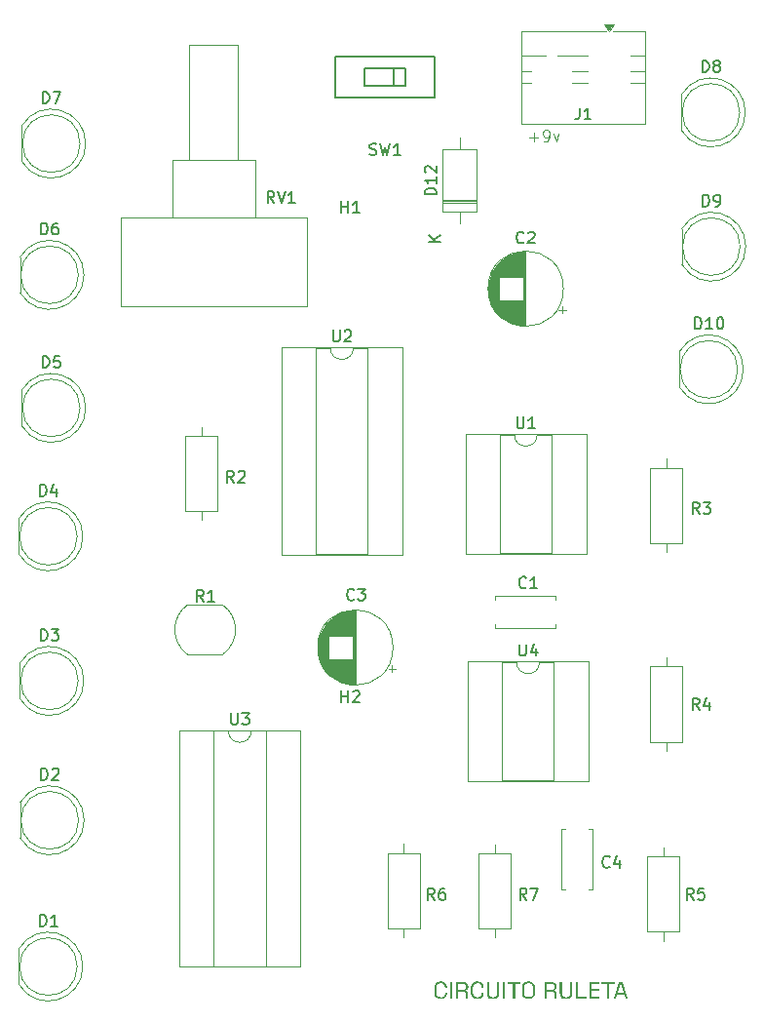
<source format=gbr>
%TF.GenerationSoftware,KiCad,Pcbnew,9.0.2*%
%TF.CreationDate,2025-06-20T16:00:47-04:00*%
%TF.ProjectId,proj02-g05,70726f6a-3032-42d6-9730-352e6b696361,rev?*%
%TF.SameCoordinates,Original*%
%TF.FileFunction,Legend,Top*%
%TF.FilePolarity,Positive*%
%FSLAX46Y46*%
G04 Gerber Fmt 4.6, Leading zero omitted, Abs format (unit mm)*
G04 Created by KiCad (PCBNEW 9.0.2) date 2025-06-20 16:00:47*
%MOMM*%
%LPD*%
G01*
G04 APERTURE LIST*
%ADD10C,0.100000*%
%ADD11C,0.150000*%
%ADD12C,0.120000*%
G04 APERTURE END LIST*
D10*
G36*
X57879206Y-113069400D02*
G01*
X57948318Y-113066496D01*
X58013027Y-113057887D01*
X58071376Y-113044276D01*
X58125460Y-113025616D01*
X58173972Y-113002722D01*
X58218307Y-112975306D01*
X58257867Y-112943976D01*
X58293242Y-112908505D01*
X58351282Y-112825482D01*
X58392343Y-112725464D01*
X58415084Y-112607136D01*
X58418952Y-112527639D01*
X58418952Y-112500345D01*
X58244654Y-112500345D01*
X58244654Y-112533959D01*
X58241708Y-112593117D01*
X58232812Y-112648640D01*
X58219124Y-112696620D01*
X58200142Y-112740720D01*
X58177549Y-112778123D01*
X58150210Y-112811534D01*
X58119628Y-112839441D01*
X58084618Y-112863193D01*
X58045813Y-112882258D01*
X58002627Y-112896819D01*
X57901699Y-112911518D01*
X57879206Y-112911955D01*
X57822835Y-112909048D01*
X57770315Y-112900421D01*
X57723482Y-112886836D01*
X57680450Y-112868203D01*
X57642254Y-112845293D01*
X57607881Y-112817823D01*
X57551289Y-112750100D01*
X57510537Y-112664273D01*
X57487049Y-112558646D01*
X57482342Y-112477264D01*
X57482342Y-112132882D01*
X57485249Y-112068354D01*
X57493874Y-112008432D01*
X57507355Y-111955535D01*
X57525818Y-111907151D01*
X57548141Y-111865037D01*
X57574837Y-111827351D01*
X57604932Y-111795027D01*
X57638967Y-111767140D01*
X57717901Y-111725350D01*
X57812685Y-111702282D01*
X57879206Y-111698190D01*
X57935780Y-111701075D01*
X57987405Y-111709545D01*
X58032696Y-111722797D01*
X58073456Y-111740768D01*
X58109224Y-111762841D01*
X58140691Y-111789010D01*
X58191403Y-111853507D01*
X58226114Y-111935237D01*
X58243316Y-112035888D01*
X58244654Y-112076187D01*
X58244654Y-112092948D01*
X58418952Y-112092948D01*
X58418952Y-112082415D01*
X58416035Y-112013128D01*
X58407343Y-111947839D01*
X58393627Y-111889033D01*
X58374734Y-111834239D01*
X58351668Y-111785324D01*
X58323922Y-111740432D01*
X58292430Y-111700672D01*
X58256618Y-111665000D01*
X58216968Y-111633838D01*
X58173207Y-111606939D01*
X58072889Y-111566224D01*
X57954101Y-111544082D01*
X57879206Y-111540654D01*
X57809297Y-111543576D01*
X57743078Y-111552307D01*
X57683133Y-111566112D01*
X57626942Y-111585180D01*
X57576463Y-111608514D01*
X57529793Y-111636659D01*
X57488124Y-111668674D01*
X57450362Y-111705178D01*
X57417002Y-111745652D01*
X57387740Y-111790442D01*
X57341901Y-111893312D01*
X57313964Y-112015432D01*
X57305937Y-112137095D01*
X57305937Y-112473051D01*
X57308839Y-112547547D01*
X57317430Y-112617283D01*
X57331022Y-112680288D01*
X57349638Y-112738734D01*
X57372462Y-112791261D01*
X57399760Y-112839378D01*
X57430868Y-112882408D01*
X57466032Y-112921087D01*
X57547870Y-112985179D01*
X57645717Y-113031995D01*
X57760644Y-113060687D01*
X57879206Y-113069400D01*
G37*
G36*
X58696198Y-113040000D02*
G01*
X58872602Y-113040000D01*
X58872602Y-111570054D01*
X58696198Y-111570054D01*
X58696198Y-113040000D01*
G37*
G36*
X59898122Y-111576646D02*
G01*
X60007057Y-111603100D01*
X60097093Y-111646857D01*
X60168036Y-111705390D01*
X60219988Y-111777280D01*
X60238747Y-111818142D01*
X60252472Y-111862236D01*
X60260980Y-111909926D01*
X60263871Y-111960690D01*
X60263871Y-111983771D01*
X60256939Y-112065086D01*
X60245524Y-112112006D01*
X60229244Y-112154342D01*
X60207560Y-112193778D01*
X60181656Y-112228390D01*
X60149973Y-112260126D01*
X60114799Y-112286582D01*
X60073980Y-112309214D01*
X60030771Y-112326047D01*
X60030771Y-112355448D01*
X60058292Y-112358122D01*
X60119016Y-112377906D01*
X60164192Y-112414691D01*
X60181185Y-112439867D01*
X60193911Y-112469640D01*
X60202209Y-112505517D01*
X60205069Y-112546507D01*
X60205069Y-113040000D01*
X60030771Y-113040000D01*
X60030771Y-112567573D01*
X60025350Y-112521456D01*
X60003275Y-112477714D01*
X59985017Y-112461147D01*
X59961984Y-112448845D01*
X59930228Y-112440235D01*
X59892194Y-112437330D01*
X59384047Y-112437330D01*
X59384047Y-113040000D01*
X59207643Y-113040000D01*
X59207643Y-112277779D01*
X59384047Y-112277779D01*
X59785124Y-112277779D01*
X59838831Y-112274976D01*
X59926846Y-112254950D01*
X59994587Y-112218345D01*
X60044197Y-112166370D01*
X60062538Y-112134051D01*
X60075950Y-112098011D01*
X60084561Y-112056435D01*
X60087466Y-112011065D01*
X60087466Y-111996319D01*
X60085289Y-111955726D01*
X60066179Y-111879200D01*
X60028724Y-111818556D01*
X60002603Y-111793340D01*
X59971874Y-111772179D01*
X59934481Y-111754331D01*
X59892124Y-111741234D01*
X59841360Y-111732605D01*
X59785124Y-111729698D01*
X59384047Y-111729698D01*
X59384047Y-112277779D01*
X59207643Y-112277779D01*
X59207643Y-111570054D01*
X59801885Y-111570054D01*
X59898122Y-111576646D01*
G37*
G36*
X61063644Y-113069400D02*
G01*
X61132757Y-113066496D01*
X61197465Y-113057887D01*
X61255814Y-113044276D01*
X61309898Y-113025616D01*
X61358410Y-113002722D01*
X61402745Y-112975306D01*
X61442305Y-112943976D01*
X61477681Y-112908505D01*
X61535720Y-112825482D01*
X61576781Y-112725464D01*
X61599522Y-112607136D01*
X61603390Y-112527639D01*
X61603390Y-112500345D01*
X61429092Y-112500345D01*
X61429092Y-112533959D01*
X61426147Y-112593117D01*
X61417251Y-112648640D01*
X61403562Y-112696620D01*
X61384581Y-112740720D01*
X61361987Y-112778123D01*
X61334648Y-112811534D01*
X61304066Y-112839441D01*
X61269056Y-112863193D01*
X61230251Y-112882258D01*
X61187065Y-112896819D01*
X61086137Y-112911518D01*
X61063644Y-112911955D01*
X61007273Y-112909048D01*
X60954754Y-112900421D01*
X60907921Y-112886836D01*
X60864889Y-112868203D01*
X60826692Y-112845293D01*
X60792319Y-112817823D01*
X60735727Y-112750100D01*
X60694975Y-112664273D01*
X60671487Y-112558646D01*
X60666780Y-112477264D01*
X60666780Y-112132882D01*
X60669687Y-112068354D01*
X60678312Y-112008432D01*
X60691793Y-111955535D01*
X60710257Y-111907151D01*
X60732579Y-111865037D01*
X60759275Y-111827351D01*
X60789371Y-111795027D01*
X60823405Y-111767140D01*
X60902339Y-111725350D01*
X60997123Y-111702282D01*
X61063644Y-111698190D01*
X61120219Y-111701075D01*
X61171843Y-111709545D01*
X61217135Y-111722797D01*
X61257894Y-111740768D01*
X61293662Y-111762841D01*
X61325129Y-111789010D01*
X61375841Y-111853507D01*
X61410552Y-111935237D01*
X61427754Y-112035888D01*
X61429092Y-112076187D01*
X61429092Y-112092948D01*
X61603390Y-112092948D01*
X61603390Y-112082415D01*
X61600473Y-112013128D01*
X61591781Y-111947839D01*
X61578065Y-111889033D01*
X61559172Y-111834239D01*
X61536107Y-111785324D01*
X61508360Y-111740432D01*
X61476869Y-111700672D01*
X61441056Y-111665000D01*
X61401406Y-111633838D01*
X61357645Y-111606939D01*
X61257327Y-111566224D01*
X61138539Y-111544082D01*
X61063644Y-111540654D01*
X60993736Y-111543576D01*
X60927516Y-111552307D01*
X60867571Y-111566112D01*
X60811380Y-111585180D01*
X60760902Y-111608514D01*
X60714231Y-111636659D01*
X60672563Y-111668674D01*
X60634800Y-111705178D01*
X60601440Y-111745652D01*
X60572179Y-111790442D01*
X60526340Y-111893312D01*
X60498403Y-112015432D01*
X60490375Y-112137095D01*
X60490375Y-112473051D01*
X60493277Y-112547547D01*
X60501868Y-112617283D01*
X60515460Y-112680288D01*
X60534076Y-112738734D01*
X60556900Y-112791261D01*
X60584198Y-112839378D01*
X60615306Y-112882408D01*
X60650471Y-112921087D01*
X60732308Y-112985179D01*
X60830155Y-113031995D01*
X60945082Y-113060687D01*
X61063644Y-113069400D01*
G37*
G36*
X62411864Y-113069400D02*
G01*
X62483125Y-113066475D01*
X62550351Y-113057723D01*
X62610444Y-113043992D01*
X62666448Y-113025032D01*
X62715933Y-113002064D01*
X62761316Y-112974378D01*
X62801045Y-112943218D01*
X62836622Y-112907715D01*
X62867328Y-112868698D01*
X62893730Y-112825548D01*
X62932994Y-112727003D01*
X62953390Y-112610242D01*
X62955824Y-112548613D01*
X62955824Y-111570054D01*
X62779419Y-111570054D01*
X62779419Y-112550720D01*
X62776511Y-112609379D01*
X62767873Y-112662896D01*
X62754599Y-112708638D01*
X62736459Y-112749780D01*
X62714569Y-112784941D01*
X62688395Y-112815837D01*
X62624329Y-112864378D01*
X62542472Y-112896634D01*
X62439439Y-112911367D01*
X62411864Y-112911955D01*
X62351688Y-112909027D01*
X62296499Y-112900256D01*
X62249834Y-112886893D01*
X62207695Y-112868521D01*
X62172161Y-112846590D01*
X62140849Y-112820218D01*
X62114506Y-112790284D01*
X62092339Y-112756163D01*
X62060644Y-112674535D01*
X62046854Y-112571641D01*
X62046508Y-112550720D01*
X62046508Y-111570054D01*
X61870103Y-111570054D01*
X61870103Y-112548613D01*
X61873003Y-112615727D01*
X61881578Y-112678327D01*
X61895138Y-112734698D01*
X61913689Y-112786775D01*
X61936518Y-112833569D01*
X61963807Y-112876203D01*
X62030644Y-112948489D01*
X62114259Y-113004627D01*
X62215706Y-113044351D01*
X62336418Y-113066067D01*
X62411864Y-113069400D01*
G37*
G36*
X63278682Y-113040000D02*
G01*
X63455087Y-113040000D01*
X63455087Y-111570054D01*
X63278682Y-111570054D01*
X63278682Y-113040000D01*
G37*
G36*
X64151270Y-113040000D02*
G01*
X64327675Y-113040000D01*
X64327675Y-111729698D01*
X64800193Y-111729698D01*
X64800193Y-111570054D01*
X63678844Y-111570054D01*
X63678844Y-111729698D01*
X64151270Y-111729698D01*
X64151270Y-113040000D01*
G37*
G36*
X65614476Y-111549630D02*
G01*
X65730039Y-111578516D01*
X65828214Y-111625408D01*
X65910193Y-111689461D01*
X65945393Y-111728090D01*
X65976515Y-111771045D01*
X66003828Y-111819092D01*
X66026653Y-111871529D01*
X66045281Y-111929920D01*
X66058876Y-111992859D01*
X66067475Y-112062597D01*
X66070378Y-112137095D01*
X66070378Y-112473051D01*
X66062106Y-112596421D01*
X66033953Y-112718039D01*
X65987938Y-112820439D01*
X65958583Y-112865026D01*
X65925116Y-112905322D01*
X65887210Y-112941685D01*
X65845367Y-112973580D01*
X65798441Y-113001645D01*
X65747654Y-113024918D01*
X65691024Y-113043958D01*
X65630559Y-113057746D01*
X65563628Y-113066478D01*
X65492896Y-113069400D01*
X65372831Y-113060558D01*
X65257579Y-113031772D01*
X65159565Y-112984923D01*
X65077658Y-112920859D01*
X65042476Y-112882209D01*
X65011362Y-112839221D01*
X64984057Y-112791144D01*
X64961233Y-112738666D01*
X64942612Y-112680252D01*
X64929019Y-112617283D01*
X64920424Y-112547547D01*
X64917521Y-112473051D01*
X64917521Y-112137095D01*
X64917942Y-112130775D01*
X65093926Y-112130775D01*
X65093926Y-112479371D01*
X65098649Y-112560275D01*
X65122172Y-112665186D01*
X65163012Y-112750548D01*
X65219799Y-112818003D01*
X65254331Y-112845398D01*
X65292728Y-112868256D01*
X65336020Y-112886859D01*
X65383168Y-112900429D01*
X65436071Y-112909049D01*
X65492896Y-112911955D01*
X65561529Y-112907733D01*
X65657364Y-112884533D01*
X65736908Y-112842769D01*
X65771126Y-112814975D01*
X65801350Y-112782800D01*
X65828135Y-112745323D01*
X65850510Y-112703485D01*
X65869015Y-112655419D01*
X65882514Y-112602917D01*
X65891156Y-112543404D01*
X65894065Y-112479371D01*
X65894065Y-112130775D01*
X65889222Y-112048889D01*
X65865568Y-111944300D01*
X65824626Y-111859236D01*
X65767698Y-111791994D01*
X65733044Y-111764664D01*
X65694493Y-111741855D01*
X65650964Y-111723274D01*
X65603527Y-111709717D01*
X65550211Y-111701097D01*
X65492896Y-111698190D01*
X65425712Y-111702297D01*
X65330289Y-111725367D01*
X65250947Y-111767087D01*
X65216780Y-111794892D01*
X65186586Y-111827100D01*
X65159822Y-111864620D01*
X65137455Y-111906521D01*
X65118963Y-111954633D01*
X65105467Y-112007197D01*
X65096834Y-112066722D01*
X65093926Y-112130775D01*
X64917942Y-112130775D01*
X64925675Y-112014544D01*
X64953725Y-111892673D01*
X64999658Y-111790034D01*
X65028968Y-111745345D01*
X65062384Y-111704958D01*
X65100219Y-111668523D01*
X65141977Y-111636567D01*
X65188774Y-111608462D01*
X65239406Y-111585158D01*
X65295814Y-111566104D01*
X65356015Y-111552307D01*
X65422584Y-111543576D01*
X65492896Y-111540654D01*
X65614476Y-111549630D01*
G37*
G36*
X67593237Y-111576646D02*
G01*
X67702172Y-111603100D01*
X67792208Y-111646857D01*
X67863151Y-111705390D01*
X67915103Y-111777280D01*
X67933863Y-111818142D01*
X67947587Y-111862236D01*
X67956096Y-111909926D01*
X67958986Y-111960690D01*
X67958986Y-111983771D01*
X67952054Y-112065086D01*
X67940639Y-112112006D01*
X67924359Y-112154342D01*
X67902675Y-112193778D01*
X67876771Y-112228390D01*
X67845088Y-112260126D01*
X67809914Y-112286582D01*
X67769095Y-112309214D01*
X67725887Y-112326047D01*
X67725887Y-112355448D01*
X67753407Y-112358122D01*
X67814131Y-112377906D01*
X67859307Y-112414691D01*
X67876300Y-112439867D01*
X67889026Y-112469640D01*
X67897324Y-112505517D01*
X67900184Y-112546507D01*
X67900184Y-113040000D01*
X67725887Y-113040000D01*
X67725887Y-112567573D01*
X67720465Y-112521456D01*
X67698391Y-112477714D01*
X67680132Y-112461147D01*
X67657099Y-112448845D01*
X67625343Y-112440235D01*
X67587309Y-112437330D01*
X67079162Y-112437330D01*
X67079162Y-113040000D01*
X66902758Y-113040000D01*
X66902758Y-112277779D01*
X67079162Y-112277779D01*
X67480239Y-112277779D01*
X67533946Y-112274976D01*
X67621961Y-112254950D01*
X67689702Y-112218345D01*
X67739312Y-112166370D01*
X67757653Y-112134051D01*
X67771065Y-112098011D01*
X67779676Y-112056435D01*
X67782581Y-112011065D01*
X67782581Y-111996319D01*
X67780405Y-111955726D01*
X67761294Y-111879200D01*
X67723840Y-111818556D01*
X67697718Y-111793340D01*
X67666989Y-111772179D01*
X67629596Y-111754331D01*
X67587239Y-111741234D01*
X67536475Y-111732605D01*
X67480239Y-111729698D01*
X67079162Y-111729698D01*
X67079162Y-112277779D01*
X66902758Y-112277779D01*
X66902758Y-111570054D01*
X67497001Y-111570054D01*
X67593237Y-111576646D01*
G37*
G36*
X68758759Y-113069400D02*
G01*
X68830019Y-113066475D01*
X68897245Y-113057723D01*
X68957339Y-113043992D01*
X69013342Y-113025032D01*
X69062828Y-113002064D01*
X69108211Y-112974378D01*
X69147939Y-112943218D01*
X69183517Y-112907715D01*
X69214222Y-112868698D01*
X69240625Y-112825548D01*
X69279888Y-112727003D01*
X69300284Y-112610242D01*
X69302718Y-112548613D01*
X69302718Y-111570054D01*
X69126314Y-111570054D01*
X69126314Y-112550720D01*
X69123405Y-112609379D01*
X69114768Y-112662896D01*
X69101493Y-112708638D01*
X69083354Y-112749780D01*
X69061463Y-112784941D01*
X69035290Y-112815837D01*
X68971224Y-112864378D01*
X68889366Y-112896634D01*
X68786334Y-112911367D01*
X68758759Y-112911955D01*
X68698582Y-112909027D01*
X68643394Y-112900256D01*
X68596729Y-112886893D01*
X68554590Y-112868521D01*
X68519055Y-112846590D01*
X68487744Y-112820218D01*
X68461401Y-112790284D01*
X68439233Y-112756163D01*
X68407539Y-112674535D01*
X68393748Y-112571641D01*
X68393402Y-112550720D01*
X68393402Y-111570054D01*
X68216998Y-111570054D01*
X68216998Y-112548613D01*
X68219898Y-112615727D01*
X68228473Y-112678327D01*
X68242032Y-112734698D01*
X68260583Y-112786775D01*
X68283413Y-112833569D01*
X68310702Y-112876203D01*
X68377539Y-112948489D01*
X68461153Y-113004627D01*
X68562601Y-113044351D01*
X68683313Y-113066067D01*
X68758759Y-113069400D01*
G37*
G36*
X69625577Y-113040000D02*
G01*
X70545334Y-113040000D01*
X70545334Y-112880448D01*
X69801981Y-112880448D01*
X69801981Y-111570054D01*
X69625577Y-111570054D01*
X69625577Y-113040000D01*
G37*
G36*
X70771564Y-113040000D02*
G01*
X71687109Y-113040000D01*
X71687109Y-112880448D01*
X70947969Y-112880448D01*
X70947969Y-112380635D01*
X71617866Y-112380635D01*
X71617866Y-112221084D01*
X70947969Y-112221084D01*
X70947969Y-111729698D01*
X71676667Y-111729698D01*
X71676667Y-111570054D01*
X70771564Y-111570054D01*
X70771564Y-113040000D01*
G37*
G36*
X72313866Y-113040000D02*
G01*
X72490271Y-113040000D01*
X72490271Y-111729698D01*
X72962789Y-111729698D01*
X72962789Y-111570054D01*
X71841440Y-111570054D01*
X71841440Y-111729698D01*
X72313866Y-111729698D01*
X72313866Y-113040000D01*
G37*
G36*
X74132315Y-113040000D02*
G01*
X73949591Y-113040000D01*
X73836202Y-112668323D01*
X73210451Y-112668323D01*
X73096970Y-113040000D01*
X72914337Y-113040000D01*
X73078250Y-112508771D01*
X73256613Y-112508771D01*
X73790040Y-112508771D01*
X73537981Y-111677124D01*
X73508580Y-111677124D01*
X73256613Y-112508771D01*
X73078250Y-112508771D01*
X73367896Y-111570054D01*
X73678665Y-111570054D01*
X74132315Y-113040000D01*
G37*
X65553884Y-38241466D02*
X66315789Y-38241466D01*
X65934836Y-38622419D02*
X65934836Y-37860514D01*
X66839598Y-38622419D02*
X67030074Y-38622419D01*
X67030074Y-38622419D02*
X67125312Y-38574800D01*
X67125312Y-38574800D02*
X67172931Y-38527180D01*
X67172931Y-38527180D02*
X67268169Y-38384323D01*
X67268169Y-38384323D02*
X67315788Y-38193847D01*
X67315788Y-38193847D02*
X67315788Y-37812895D01*
X67315788Y-37812895D02*
X67268169Y-37717657D01*
X67268169Y-37717657D02*
X67220550Y-37670038D01*
X67220550Y-37670038D02*
X67125312Y-37622419D01*
X67125312Y-37622419D02*
X66934836Y-37622419D01*
X66934836Y-37622419D02*
X66839598Y-37670038D01*
X66839598Y-37670038D02*
X66791979Y-37717657D01*
X66791979Y-37717657D02*
X66744360Y-37812895D01*
X66744360Y-37812895D02*
X66744360Y-38050990D01*
X66744360Y-38050990D02*
X66791979Y-38146228D01*
X66791979Y-38146228D02*
X66839598Y-38193847D01*
X66839598Y-38193847D02*
X66934836Y-38241466D01*
X66934836Y-38241466D02*
X67125312Y-38241466D01*
X67125312Y-38241466D02*
X67220550Y-38193847D01*
X67220550Y-38193847D02*
X67268169Y-38146228D01*
X67268169Y-38146228D02*
X67315788Y-38050990D01*
X67649122Y-37955752D02*
X67887217Y-38622419D01*
X67887217Y-38622419D02*
X68125312Y-37955752D01*
D11*
X49238095Y-44804819D02*
X49238095Y-43804819D01*
X49238095Y-44281009D02*
X49809523Y-44281009D01*
X49809523Y-44804819D02*
X49809523Y-43804819D01*
X50809523Y-44804819D02*
X50238095Y-44804819D01*
X50523809Y-44804819D02*
X50523809Y-43804819D01*
X50523809Y-43804819D02*
X50428571Y-43947676D01*
X50428571Y-43947676D02*
X50333333Y-44042914D01*
X50333333Y-44042914D02*
X50238095Y-44090533D01*
X23041905Y-69394819D02*
X23041905Y-68394819D01*
X23041905Y-68394819D02*
X23280000Y-68394819D01*
X23280000Y-68394819D02*
X23422857Y-68442438D01*
X23422857Y-68442438D02*
X23518095Y-68537676D01*
X23518095Y-68537676D02*
X23565714Y-68632914D01*
X23565714Y-68632914D02*
X23613333Y-68823390D01*
X23613333Y-68823390D02*
X23613333Y-68966247D01*
X23613333Y-68966247D02*
X23565714Y-69156723D01*
X23565714Y-69156723D02*
X23518095Y-69251961D01*
X23518095Y-69251961D02*
X23422857Y-69347200D01*
X23422857Y-69347200D02*
X23280000Y-69394819D01*
X23280000Y-69394819D02*
X23041905Y-69394819D01*
X24470476Y-68728152D02*
X24470476Y-69394819D01*
X24232381Y-68347200D02*
X23994286Y-69061485D01*
X23994286Y-69061485D02*
X24613333Y-69061485D01*
X80333333Y-87954819D02*
X80000000Y-87478628D01*
X79761905Y-87954819D02*
X79761905Y-86954819D01*
X79761905Y-86954819D02*
X80142857Y-86954819D01*
X80142857Y-86954819D02*
X80238095Y-87002438D01*
X80238095Y-87002438D02*
X80285714Y-87050057D01*
X80285714Y-87050057D02*
X80333333Y-87145295D01*
X80333333Y-87145295D02*
X80333333Y-87288152D01*
X80333333Y-87288152D02*
X80285714Y-87383390D01*
X80285714Y-87383390D02*
X80238095Y-87431009D01*
X80238095Y-87431009D02*
X80142857Y-87478628D01*
X80142857Y-87478628D02*
X79761905Y-87478628D01*
X81190476Y-87288152D02*
X81190476Y-87954819D01*
X80952381Y-86907200D02*
X80714286Y-87621485D01*
X80714286Y-87621485D02*
X81333333Y-87621485D01*
X69916666Y-35704819D02*
X69916666Y-36419104D01*
X69916666Y-36419104D02*
X69869047Y-36561961D01*
X69869047Y-36561961D02*
X69773809Y-36657200D01*
X69773809Y-36657200D02*
X69630952Y-36704819D01*
X69630952Y-36704819D02*
X69535714Y-36704819D01*
X70916666Y-36704819D02*
X70345238Y-36704819D01*
X70630952Y-36704819D02*
X70630952Y-35704819D01*
X70630952Y-35704819D02*
X70535714Y-35847676D01*
X70535714Y-35847676D02*
X70440476Y-35942914D01*
X70440476Y-35942914D02*
X70345238Y-35990533D01*
X64695715Y-82274819D02*
X64695715Y-83084342D01*
X64695715Y-83084342D02*
X64743334Y-83179580D01*
X64743334Y-83179580D02*
X64790953Y-83227200D01*
X64790953Y-83227200D02*
X64886191Y-83274819D01*
X64886191Y-83274819D02*
X65076667Y-83274819D01*
X65076667Y-83274819D02*
X65171905Y-83227200D01*
X65171905Y-83227200D02*
X65219524Y-83179580D01*
X65219524Y-83179580D02*
X65267143Y-83084342D01*
X65267143Y-83084342D02*
X65267143Y-82274819D01*
X66171905Y-82608152D02*
X66171905Y-83274819D01*
X65933810Y-82227200D02*
X65695715Y-82941485D01*
X65695715Y-82941485D02*
X66314762Y-82941485D01*
X37250953Y-78554819D02*
X36917620Y-78078628D01*
X36679525Y-78554819D02*
X36679525Y-77554819D01*
X36679525Y-77554819D02*
X37060477Y-77554819D01*
X37060477Y-77554819D02*
X37155715Y-77602438D01*
X37155715Y-77602438D02*
X37203334Y-77650057D01*
X37203334Y-77650057D02*
X37250953Y-77745295D01*
X37250953Y-77745295D02*
X37250953Y-77888152D01*
X37250953Y-77888152D02*
X37203334Y-77983390D01*
X37203334Y-77983390D02*
X37155715Y-78031009D01*
X37155715Y-78031009D02*
X37060477Y-78078628D01*
X37060477Y-78078628D02*
X36679525Y-78078628D01*
X38203334Y-78554819D02*
X37631906Y-78554819D01*
X37917620Y-78554819D02*
X37917620Y-77554819D01*
X37917620Y-77554819D02*
X37822382Y-77697676D01*
X37822382Y-77697676D02*
X37727144Y-77792914D01*
X37727144Y-77792914D02*
X37631906Y-77840533D01*
X57333333Y-104454819D02*
X57000000Y-103978628D01*
X56761905Y-104454819D02*
X56761905Y-103454819D01*
X56761905Y-103454819D02*
X57142857Y-103454819D01*
X57142857Y-103454819D02*
X57238095Y-103502438D01*
X57238095Y-103502438D02*
X57285714Y-103550057D01*
X57285714Y-103550057D02*
X57333333Y-103645295D01*
X57333333Y-103645295D02*
X57333333Y-103788152D01*
X57333333Y-103788152D02*
X57285714Y-103883390D01*
X57285714Y-103883390D02*
X57238095Y-103931009D01*
X57238095Y-103931009D02*
X57142857Y-103978628D01*
X57142857Y-103978628D02*
X56761905Y-103978628D01*
X58190476Y-103454819D02*
X58000000Y-103454819D01*
X58000000Y-103454819D02*
X57904762Y-103502438D01*
X57904762Y-103502438D02*
X57857143Y-103550057D01*
X57857143Y-103550057D02*
X57761905Y-103692914D01*
X57761905Y-103692914D02*
X57714286Y-103883390D01*
X57714286Y-103883390D02*
X57714286Y-104264342D01*
X57714286Y-104264342D02*
X57761905Y-104359580D01*
X57761905Y-104359580D02*
X57809524Y-104407200D01*
X57809524Y-104407200D02*
X57904762Y-104454819D01*
X57904762Y-104454819D02*
X58095238Y-104454819D01*
X58095238Y-104454819D02*
X58190476Y-104407200D01*
X58190476Y-104407200D02*
X58238095Y-104359580D01*
X58238095Y-104359580D02*
X58285714Y-104264342D01*
X58285714Y-104264342D02*
X58285714Y-104026247D01*
X58285714Y-104026247D02*
X58238095Y-103931009D01*
X58238095Y-103931009D02*
X58190476Y-103883390D01*
X58190476Y-103883390D02*
X58095238Y-103835771D01*
X58095238Y-103835771D02*
X57904762Y-103835771D01*
X57904762Y-103835771D02*
X57809524Y-103883390D01*
X57809524Y-103883390D02*
X57761905Y-103931009D01*
X57761905Y-103931009D02*
X57714286Y-104026247D01*
X23131905Y-81944819D02*
X23131905Y-80944819D01*
X23131905Y-80944819D02*
X23370000Y-80944819D01*
X23370000Y-80944819D02*
X23512857Y-80992438D01*
X23512857Y-80992438D02*
X23608095Y-81087676D01*
X23608095Y-81087676D02*
X23655714Y-81182914D01*
X23655714Y-81182914D02*
X23703333Y-81373390D01*
X23703333Y-81373390D02*
X23703333Y-81516247D01*
X23703333Y-81516247D02*
X23655714Y-81706723D01*
X23655714Y-81706723D02*
X23608095Y-81801961D01*
X23608095Y-81801961D02*
X23512857Y-81897200D01*
X23512857Y-81897200D02*
X23370000Y-81944819D01*
X23370000Y-81944819D02*
X23131905Y-81944819D01*
X24036667Y-80944819D02*
X24655714Y-80944819D01*
X24655714Y-80944819D02*
X24322381Y-81325771D01*
X24322381Y-81325771D02*
X24465238Y-81325771D01*
X24465238Y-81325771D02*
X24560476Y-81373390D01*
X24560476Y-81373390D02*
X24608095Y-81421009D01*
X24608095Y-81421009D02*
X24655714Y-81516247D01*
X24655714Y-81516247D02*
X24655714Y-81754342D01*
X24655714Y-81754342D02*
X24608095Y-81849580D01*
X24608095Y-81849580D02*
X24560476Y-81897200D01*
X24560476Y-81897200D02*
X24465238Y-81944819D01*
X24465238Y-81944819D02*
X24179524Y-81944819D01*
X24179524Y-81944819D02*
X24084286Y-81897200D01*
X24084286Y-81897200D02*
X24036667Y-81849580D01*
X64495715Y-62524819D02*
X64495715Y-63334342D01*
X64495715Y-63334342D02*
X64543334Y-63429580D01*
X64543334Y-63429580D02*
X64590953Y-63477200D01*
X64590953Y-63477200D02*
X64686191Y-63524819D01*
X64686191Y-63524819D02*
X64876667Y-63524819D01*
X64876667Y-63524819D02*
X64971905Y-63477200D01*
X64971905Y-63477200D02*
X65019524Y-63429580D01*
X65019524Y-63429580D02*
X65067143Y-63334342D01*
X65067143Y-63334342D02*
X65067143Y-62524819D01*
X66067143Y-63524819D02*
X65495715Y-63524819D01*
X65781429Y-63524819D02*
X65781429Y-62524819D01*
X65781429Y-62524819D02*
X65686191Y-62667676D01*
X65686191Y-62667676D02*
X65590953Y-62762914D01*
X65590953Y-62762914D02*
X65495715Y-62810533D01*
X80606905Y-32594819D02*
X80606905Y-31594819D01*
X80606905Y-31594819D02*
X80845000Y-31594819D01*
X80845000Y-31594819D02*
X80987857Y-31642438D01*
X80987857Y-31642438D02*
X81083095Y-31737676D01*
X81083095Y-31737676D02*
X81130714Y-31832914D01*
X81130714Y-31832914D02*
X81178333Y-32023390D01*
X81178333Y-32023390D02*
X81178333Y-32166247D01*
X81178333Y-32166247D02*
X81130714Y-32356723D01*
X81130714Y-32356723D02*
X81083095Y-32451961D01*
X81083095Y-32451961D02*
X80987857Y-32547200D01*
X80987857Y-32547200D02*
X80845000Y-32594819D01*
X80845000Y-32594819D02*
X80606905Y-32594819D01*
X81749762Y-32023390D02*
X81654524Y-31975771D01*
X81654524Y-31975771D02*
X81606905Y-31928152D01*
X81606905Y-31928152D02*
X81559286Y-31832914D01*
X81559286Y-31832914D02*
X81559286Y-31785295D01*
X81559286Y-31785295D02*
X81606905Y-31690057D01*
X81606905Y-31690057D02*
X81654524Y-31642438D01*
X81654524Y-31642438D02*
X81749762Y-31594819D01*
X81749762Y-31594819D02*
X81940238Y-31594819D01*
X81940238Y-31594819D02*
X82035476Y-31642438D01*
X82035476Y-31642438D02*
X82083095Y-31690057D01*
X82083095Y-31690057D02*
X82130714Y-31785295D01*
X82130714Y-31785295D02*
X82130714Y-31832914D01*
X82130714Y-31832914D02*
X82083095Y-31928152D01*
X82083095Y-31928152D02*
X82035476Y-31975771D01*
X82035476Y-31975771D02*
X81940238Y-32023390D01*
X81940238Y-32023390D02*
X81749762Y-32023390D01*
X81749762Y-32023390D02*
X81654524Y-32071009D01*
X81654524Y-32071009D02*
X81606905Y-32118628D01*
X81606905Y-32118628D02*
X81559286Y-32213866D01*
X81559286Y-32213866D02*
X81559286Y-32404342D01*
X81559286Y-32404342D02*
X81606905Y-32499580D01*
X81606905Y-32499580D02*
X81654524Y-32547200D01*
X81654524Y-32547200D02*
X81749762Y-32594819D01*
X81749762Y-32594819D02*
X81940238Y-32594819D01*
X81940238Y-32594819D02*
X82035476Y-32547200D01*
X82035476Y-32547200D02*
X82083095Y-32499580D01*
X82083095Y-32499580D02*
X82130714Y-32404342D01*
X82130714Y-32404342D02*
X82130714Y-32213866D01*
X82130714Y-32213866D02*
X82083095Y-32118628D01*
X82083095Y-32118628D02*
X82035476Y-32071009D01*
X82035476Y-32071009D02*
X81940238Y-32023390D01*
X79833333Y-104454819D02*
X79500000Y-103978628D01*
X79261905Y-104454819D02*
X79261905Y-103454819D01*
X79261905Y-103454819D02*
X79642857Y-103454819D01*
X79642857Y-103454819D02*
X79738095Y-103502438D01*
X79738095Y-103502438D02*
X79785714Y-103550057D01*
X79785714Y-103550057D02*
X79833333Y-103645295D01*
X79833333Y-103645295D02*
X79833333Y-103788152D01*
X79833333Y-103788152D02*
X79785714Y-103883390D01*
X79785714Y-103883390D02*
X79738095Y-103931009D01*
X79738095Y-103931009D02*
X79642857Y-103978628D01*
X79642857Y-103978628D02*
X79261905Y-103978628D01*
X80738095Y-103454819D02*
X80261905Y-103454819D01*
X80261905Y-103454819D02*
X80214286Y-103931009D01*
X80214286Y-103931009D02*
X80261905Y-103883390D01*
X80261905Y-103883390D02*
X80357143Y-103835771D01*
X80357143Y-103835771D02*
X80595238Y-103835771D01*
X80595238Y-103835771D02*
X80690476Y-103883390D01*
X80690476Y-103883390D02*
X80738095Y-103931009D01*
X80738095Y-103931009D02*
X80785714Y-104026247D01*
X80785714Y-104026247D02*
X80785714Y-104264342D01*
X80785714Y-104264342D02*
X80738095Y-104359580D01*
X80738095Y-104359580D02*
X80690476Y-104407200D01*
X80690476Y-104407200D02*
X80595238Y-104454819D01*
X80595238Y-104454819D02*
X80357143Y-104454819D01*
X80357143Y-104454819D02*
X80261905Y-104407200D01*
X80261905Y-104407200D02*
X80214286Y-104359580D01*
X79955714Y-54894819D02*
X79955714Y-53894819D01*
X79955714Y-53894819D02*
X80193809Y-53894819D01*
X80193809Y-53894819D02*
X80336666Y-53942438D01*
X80336666Y-53942438D02*
X80431904Y-54037676D01*
X80431904Y-54037676D02*
X80479523Y-54132914D01*
X80479523Y-54132914D02*
X80527142Y-54323390D01*
X80527142Y-54323390D02*
X80527142Y-54466247D01*
X80527142Y-54466247D02*
X80479523Y-54656723D01*
X80479523Y-54656723D02*
X80431904Y-54751961D01*
X80431904Y-54751961D02*
X80336666Y-54847200D01*
X80336666Y-54847200D02*
X80193809Y-54894819D01*
X80193809Y-54894819D02*
X79955714Y-54894819D01*
X81479523Y-54894819D02*
X80908095Y-54894819D01*
X81193809Y-54894819D02*
X81193809Y-53894819D01*
X81193809Y-53894819D02*
X81098571Y-54037676D01*
X81098571Y-54037676D02*
X81003333Y-54132914D01*
X81003333Y-54132914D02*
X80908095Y-54180533D01*
X82098571Y-53894819D02*
X82193809Y-53894819D01*
X82193809Y-53894819D02*
X82289047Y-53942438D01*
X82289047Y-53942438D02*
X82336666Y-53990057D01*
X82336666Y-53990057D02*
X82384285Y-54085295D01*
X82384285Y-54085295D02*
X82431904Y-54275771D01*
X82431904Y-54275771D02*
X82431904Y-54513866D01*
X82431904Y-54513866D02*
X82384285Y-54704342D01*
X82384285Y-54704342D02*
X82336666Y-54799580D01*
X82336666Y-54799580D02*
X82289047Y-54847200D01*
X82289047Y-54847200D02*
X82193809Y-54894819D01*
X82193809Y-54894819D02*
X82098571Y-54894819D01*
X82098571Y-54894819D02*
X82003333Y-54847200D01*
X82003333Y-54847200D02*
X81955714Y-54799580D01*
X81955714Y-54799580D02*
X81908095Y-54704342D01*
X81908095Y-54704342D02*
X81860476Y-54513866D01*
X81860476Y-54513866D02*
X81860476Y-54275771D01*
X81860476Y-54275771D02*
X81908095Y-54085295D01*
X81908095Y-54085295D02*
X81955714Y-53990057D01*
X81955714Y-53990057D02*
X82003333Y-53942438D01*
X82003333Y-53942438D02*
X82098571Y-53894819D01*
X65083333Y-47359580D02*
X65035714Y-47407200D01*
X65035714Y-47407200D02*
X64892857Y-47454819D01*
X64892857Y-47454819D02*
X64797619Y-47454819D01*
X64797619Y-47454819D02*
X64654762Y-47407200D01*
X64654762Y-47407200D02*
X64559524Y-47311961D01*
X64559524Y-47311961D02*
X64511905Y-47216723D01*
X64511905Y-47216723D02*
X64464286Y-47026247D01*
X64464286Y-47026247D02*
X64464286Y-46883390D01*
X64464286Y-46883390D02*
X64511905Y-46692914D01*
X64511905Y-46692914D02*
X64559524Y-46597676D01*
X64559524Y-46597676D02*
X64654762Y-46502438D01*
X64654762Y-46502438D02*
X64797619Y-46454819D01*
X64797619Y-46454819D02*
X64892857Y-46454819D01*
X64892857Y-46454819D02*
X65035714Y-46502438D01*
X65035714Y-46502438D02*
X65083333Y-46550057D01*
X65464286Y-46550057D02*
X65511905Y-46502438D01*
X65511905Y-46502438D02*
X65607143Y-46454819D01*
X65607143Y-46454819D02*
X65845238Y-46454819D01*
X65845238Y-46454819D02*
X65940476Y-46502438D01*
X65940476Y-46502438D02*
X65988095Y-46550057D01*
X65988095Y-46550057D02*
X66035714Y-46645295D01*
X66035714Y-46645295D02*
X66035714Y-46740533D01*
X66035714Y-46740533D02*
X65988095Y-46883390D01*
X65988095Y-46883390D02*
X65416667Y-47454819D01*
X65416667Y-47454819D02*
X66035714Y-47454819D01*
X48515715Y-54994819D02*
X48515715Y-55804342D01*
X48515715Y-55804342D02*
X48563334Y-55899580D01*
X48563334Y-55899580D02*
X48610953Y-55947200D01*
X48610953Y-55947200D02*
X48706191Y-55994819D01*
X48706191Y-55994819D02*
X48896667Y-55994819D01*
X48896667Y-55994819D02*
X48991905Y-55947200D01*
X48991905Y-55947200D02*
X49039524Y-55899580D01*
X49039524Y-55899580D02*
X49087143Y-55804342D01*
X49087143Y-55804342D02*
X49087143Y-54994819D01*
X49515715Y-55090057D02*
X49563334Y-55042438D01*
X49563334Y-55042438D02*
X49658572Y-54994819D01*
X49658572Y-54994819D02*
X49896667Y-54994819D01*
X49896667Y-54994819D02*
X49991905Y-55042438D01*
X49991905Y-55042438D02*
X50039524Y-55090057D01*
X50039524Y-55090057D02*
X50087143Y-55185295D01*
X50087143Y-55185295D02*
X50087143Y-55280533D01*
X50087143Y-55280533D02*
X50039524Y-55423390D01*
X50039524Y-55423390D02*
X49468096Y-55994819D01*
X49468096Y-55994819D02*
X50087143Y-55994819D01*
X23156905Y-94044819D02*
X23156905Y-93044819D01*
X23156905Y-93044819D02*
X23395000Y-93044819D01*
X23395000Y-93044819D02*
X23537857Y-93092438D01*
X23537857Y-93092438D02*
X23633095Y-93187676D01*
X23633095Y-93187676D02*
X23680714Y-93282914D01*
X23680714Y-93282914D02*
X23728333Y-93473390D01*
X23728333Y-93473390D02*
X23728333Y-93616247D01*
X23728333Y-93616247D02*
X23680714Y-93806723D01*
X23680714Y-93806723D02*
X23633095Y-93901961D01*
X23633095Y-93901961D02*
X23537857Y-93997200D01*
X23537857Y-93997200D02*
X23395000Y-94044819D01*
X23395000Y-94044819D02*
X23156905Y-94044819D01*
X24109286Y-93140057D02*
X24156905Y-93092438D01*
X24156905Y-93092438D02*
X24252143Y-93044819D01*
X24252143Y-93044819D02*
X24490238Y-93044819D01*
X24490238Y-93044819D02*
X24585476Y-93092438D01*
X24585476Y-93092438D02*
X24633095Y-93140057D01*
X24633095Y-93140057D02*
X24680714Y-93235295D01*
X24680714Y-93235295D02*
X24680714Y-93330533D01*
X24680714Y-93330533D02*
X24633095Y-93473390D01*
X24633095Y-93473390D02*
X24061667Y-94044819D01*
X24061667Y-94044819D02*
X24680714Y-94044819D01*
X72540953Y-101569580D02*
X72493334Y-101617200D01*
X72493334Y-101617200D02*
X72350477Y-101664819D01*
X72350477Y-101664819D02*
X72255239Y-101664819D01*
X72255239Y-101664819D02*
X72112382Y-101617200D01*
X72112382Y-101617200D02*
X72017144Y-101521961D01*
X72017144Y-101521961D02*
X71969525Y-101426723D01*
X71969525Y-101426723D02*
X71921906Y-101236247D01*
X71921906Y-101236247D02*
X71921906Y-101093390D01*
X71921906Y-101093390D02*
X71969525Y-100902914D01*
X71969525Y-100902914D02*
X72017144Y-100807676D01*
X72017144Y-100807676D02*
X72112382Y-100712438D01*
X72112382Y-100712438D02*
X72255239Y-100664819D01*
X72255239Y-100664819D02*
X72350477Y-100664819D01*
X72350477Y-100664819D02*
X72493334Y-100712438D01*
X72493334Y-100712438D02*
X72540953Y-100760057D01*
X73398096Y-100998152D02*
X73398096Y-101664819D01*
X73160001Y-100617200D02*
X72921906Y-101331485D01*
X72921906Y-101331485D02*
X73540953Y-101331485D01*
X23291905Y-58244819D02*
X23291905Y-57244819D01*
X23291905Y-57244819D02*
X23530000Y-57244819D01*
X23530000Y-57244819D02*
X23672857Y-57292438D01*
X23672857Y-57292438D02*
X23768095Y-57387676D01*
X23768095Y-57387676D02*
X23815714Y-57482914D01*
X23815714Y-57482914D02*
X23863333Y-57673390D01*
X23863333Y-57673390D02*
X23863333Y-57816247D01*
X23863333Y-57816247D02*
X23815714Y-58006723D01*
X23815714Y-58006723D02*
X23768095Y-58101961D01*
X23768095Y-58101961D02*
X23672857Y-58197200D01*
X23672857Y-58197200D02*
X23530000Y-58244819D01*
X23530000Y-58244819D02*
X23291905Y-58244819D01*
X24768095Y-57244819D02*
X24291905Y-57244819D01*
X24291905Y-57244819D02*
X24244286Y-57721009D01*
X24244286Y-57721009D02*
X24291905Y-57673390D01*
X24291905Y-57673390D02*
X24387143Y-57625771D01*
X24387143Y-57625771D02*
X24625238Y-57625771D01*
X24625238Y-57625771D02*
X24720476Y-57673390D01*
X24720476Y-57673390D02*
X24768095Y-57721009D01*
X24768095Y-57721009D02*
X24815714Y-57816247D01*
X24815714Y-57816247D02*
X24815714Y-58054342D01*
X24815714Y-58054342D02*
X24768095Y-58149580D01*
X24768095Y-58149580D02*
X24720476Y-58197200D01*
X24720476Y-58197200D02*
X24625238Y-58244819D01*
X24625238Y-58244819D02*
X24387143Y-58244819D01*
X24387143Y-58244819D02*
X24291905Y-58197200D01*
X24291905Y-58197200D02*
X24244286Y-58149580D01*
X49238095Y-87304819D02*
X49238095Y-86304819D01*
X49238095Y-86781009D02*
X49809523Y-86781009D01*
X49809523Y-87304819D02*
X49809523Y-86304819D01*
X50238095Y-86400057D02*
X50285714Y-86352438D01*
X50285714Y-86352438D02*
X50380952Y-86304819D01*
X50380952Y-86304819D02*
X50619047Y-86304819D01*
X50619047Y-86304819D02*
X50714285Y-86352438D01*
X50714285Y-86352438D02*
X50761904Y-86400057D01*
X50761904Y-86400057D02*
X50809523Y-86495295D01*
X50809523Y-86495295D02*
X50809523Y-86590533D01*
X50809523Y-86590533D02*
X50761904Y-86733390D01*
X50761904Y-86733390D02*
X50190476Y-87304819D01*
X50190476Y-87304819D02*
X50809523Y-87304819D01*
X23041905Y-106744819D02*
X23041905Y-105744819D01*
X23041905Y-105744819D02*
X23280000Y-105744819D01*
X23280000Y-105744819D02*
X23422857Y-105792438D01*
X23422857Y-105792438D02*
X23518095Y-105887676D01*
X23518095Y-105887676D02*
X23565714Y-105982914D01*
X23565714Y-105982914D02*
X23613333Y-106173390D01*
X23613333Y-106173390D02*
X23613333Y-106316247D01*
X23613333Y-106316247D02*
X23565714Y-106506723D01*
X23565714Y-106506723D02*
X23518095Y-106601961D01*
X23518095Y-106601961D02*
X23422857Y-106697200D01*
X23422857Y-106697200D02*
X23280000Y-106744819D01*
X23280000Y-106744819D02*
X23041905Y-106744819D01*
X24565714Y-106744819D02*
X23994286Y-106744819D01*
X24280000Y-106744819D02*
X24280000Y-105744819D01*
X24280000Y-105744819D02*
X24184762Y-105887676D01*
X24184762Y-105887676D02*
X24089524Y-105982914D01*
X24089524Y-105982914D02*
X23994286Y-106030533D01*
X43404761Y-43954819D02*
X43071428Y-43478628D01*
X42833333Y-43954819D02*
X42833333Y-42954819D01*
X42833333Y-42954819D02*
X43214285Y-42954819D01*
X43214285Y-42954819D02*
X43309523Y-43002438D01*
X43309523Y-43002438D02*
X43357142Y-43050057D01*
X43357142Y-43050057D02*
X43404761Y-43145295D01*
X43404761Y-43145295D02*
X43404761Y-43288152D01*
X43404761Y-43288152D02*
X43357142Y-43383390D01*
X43357142Y-43383390D02*
X43309523Y-43431009D01*
X43309523Y-43431009D02*
X43214285Y-43478628D01*
X43214285Y-43478628D02*
X42833333Y-43478628D01*
X43690476Y-42954819D02*
X44023809Y-43954819D01*
X44023809Y-43954819D02*
X44357142Y-42954819D01*
X45214285Y-43954819D02*
X44642857Y-43954819D01*
X44928571Y-43954819D02*
X44928571Y-42954819D01*
X44928571Y-42954819D02*
X44833333Y-43097676D01*
X44833333Y-43097676D02*
X44738095Y-43192914D01*
X44738095Y-43192914D02*
X44642857Y-43240533D01*
X39900953Y-68214819D02*
X39567620Y-67738628D01*
X39329525Y-68214819D02*
X39329525Y-67214819D01*
X39329525Y-67214819D02*
X39710477Y-67214819D01*
X39710477Y-67214819D02*
X39805715Y-67262438D01*
X39805715Y-67262438D02*
X39853334Y-67310057D01*
X39853334Y-67310057D02*
X39900953Y-67405295D01*
X39900953Y-67405295D02*
X39900953Y-67548152D01*
X39900953Y-67548152D02*
X39853334Y-67643390D01*
X39853334Y-67643390D02*
X39805715Y-67691009D01*
X39805715Y-67691009D02*
X39710477Y-67738628D01*
X39710477Y-67738628D02*
X39329525Y-67738628D01*
X40281906Y-67310057D02*
X40329525Y-67262438D01*
X40329525Y-67262438D02*
X40424763Y-67214819D01*
X40424763Y-67214819D02*
X40662858Y-67214819D01*
X40662858Y-67214819D02*
X40758096Y-67262438D01*
X40758096Y-67262438D02*
X40805715Y-67310057D01*
X40805715Y-67310057D02*
X40853334Y-67405295D01*
X40853334Y-67405295D02*
X40853334Y-67500533D01*
X40853334Y-67500533D02*
X40805715Y-67643390D01*
X40805715Y-67643390D02*
X40234287Y-68214819D01*
X40234287Y-68214819D02*
X40853334Y-68214819D01*
X51706667Y-39757200D02*
X51849524Y-39804819D01*
X51849524Y-39804819D02*
X52087619Y-39804819D01*
X52087619Y-39804819D02*
X52182857Y-39757200D01*
X52182857Y-39757200D02*
X52230476Y-39709580D01*
X52230476Y-39709580D02*
X52278095Y-39614342D01*
X52278095Y-39614342D02*
X52278095Y-39519104D01*
X52278095Y-39519104D02*
X52230476Y-39423866D01*
X52230476Y-39423866D02*
X52182857Y-39376247D01*
X52182857Y-39376247D02*
X52087619Y-39328628D01*
X52087619Y-39328628D02*
X51897143Y-39281009D01*
X51897143Y-39281009D02*
X51801905Y-39233390D01*
X51801905Y-39233390D02*
X51754286Y-39185771D01*
X51754286Y-39185771D02*
X51706667Y-39090533D01*
X51706667Y-39090533D02*
X51706667Y-38995295D01*
X51706667Y-38995295D02*
X51754286Y-38900057D01*
X51754286Y-38900057D02*
X51801905Y-38852438D01*
X51801905Y-38852438D02*
X51897143Y-38804819D01*
X51897143Y-38804819D02*
X52135238Y-38804819D01*
X52135238Y-38804819D02*
X52278095Y-38852438D01*
X52611429Y-38804819D02*
X52849524Y-39804819D01*
X52849524Y-39804819D02*
X53040000Y-39090533D01*
X53040000Y-39090533D02*
X53230476Y-39804819D01*
X53230476Y-39804819D02*
X53468572Y-38804819D01*
X54373333Y-39804819D02*
X53801905Y-39804819D01*
X54087619Y-39804819D02*
X54087619Y-38804819D01*
X54087619Y-38804819D02*
X53992381Y-38947676D01*
X53992381Y-38947676D02*
X53897143Y-39042914D01*
X53897143Y-39042914D02*
X53801905Y-39090533D01*
X65290953Y-77319580D02*
X65243334Y-77367200D01*
X65243334Y-77367200D02*
X65100477Y-77414819D01*
X65100477Y-77414819D02*
X65005239Y-77414819D01*
X65005239Y-77414819D02*
X64862382Y-77367200D01*
X64862382Y-77367200D02*
X64767144Y-77271961D01*
X64767144Y-77271961D02*
X64719525Y-77176723D01*
X64719525Y-77176723D02*
X64671906Y-76986247D01*
X64671906Y-76986247D02*
X64671906Y-76843390D01*
X64671906Y-76843390D02*
X64719525Y-76652914D01*
X64719525Y-76652914D02*
X64767144Y-76557676D01*
X64767144Y-76557676D02*
X64862382Y-76462438D01*
X64862382Y-76462438D02*
X65005239Y-76414819D01*
X65005239Y-76414819D02*
X65100477Y-76414819D01*
X65100477Y-76414819D02*
X65243334Y-76462438D01*
X65243334Y-76462438D02*
X65290953Y-76510057D01*
X66243334Y-77414819D02*
X65671906Y-77414819D01*
X65957620Y-77414819D02*
X65957620Y-76414819D01*
X65957620Y-76414819D02*
X65862382Y-76557676D01*
X65862382Y-76557676D02*
X65767144Y-76652914D01*
X65767144Y-76652914D02*
X65671906Y-76700533D01*
X23291905Y-35294819D02*
X23291905Y-34294819D01*
X23291905Y-34294819D02*
X23530000Y-34294819D01*
X23530000Y-34294819D02*
X23672857Y-34342438D01*
X23672857Y-34342438D02*
X23768095Y-34437676D01*
X23768095Y-34437676D02*
X23815714Y-34532914D01*
X23815714Y-34532914D02*
X23863333Y-34723390D01*
X23863333Y-34723390D02*
X23863333Y-34866247D01*
X23863333Y-34866247D02*
X23815714Y-35056723D01*
X23815714Y-35056723D02*
X23768095Y-35151961D01*
X23768095Y-35151961D02*
X23672857Y-35247200D01*
X23672857Y-35247200D02*
X23530000Y-35294819D01*
X23530000Y-35294819D02*
X23291905Y-35294819D01*
X24196667Y-34294819D02*
X24863333Y-34294819D01*
X24863333Y-34294819D02*
X24434762Y-35294819D01*
X39645715Y-88234819D02*
X39645715Y-89044342D01*
X39645715Y-89044342D02*
X39693334Y-89139580D01*
X39693334Y-89139580D02*
X39740953Y-89187200D01*
X39740953Y-89187200D02*
X39836191Y-89234819D01*
X39836191Y-89234819D02*
X40026667Y-89234819D01*
X40026667Y-89234819D02*
X40121905Y-89187200D01*
X40121905Y-89187200D02*
X40169524Y-89139580D01*
X40169524Y-89139580D02*
X40217143Y-89044342D01*
X40217143Y-89044342D02*
X40217143Y-88234819D01*
X40598096Y-88234819D02*
X41217143Y-88234819D01*
X41217143Y-88234819D02*
X40883810Y-88615771D01*
X40883810Y-88615771D02*
X41026667Y-88615771D01*
X41026667Y-88615771D02*
X41121905Y-88663390D01*
X41121905Y-88663390D02*
X41169524Y-88711009D01*
X41169524Y-88711009D02*
X41217143Y-88806247D01*
X41217143Y-88806247D02*
X41217143Y-89044342D01*
X41217143Y-89044342D02*
X41169524Y-89139580D01*
X41169524Y-89139580D02*
X41121905Y-89187200D01*
X41121905Y-89187200D02*
X41026667Y-89234819D01*
X41026667Y-89234819D02*
X40740953Y-89234819D01*
X40740953Y-89234819D02*
X40645715Y-89187200D01*
X40645715Y-89187200D02*
X40598096Y-89139580D01*
X65333333Y-104454819D02*
X65000000Y-103978628D01*
X64761905Y-104454819D02*
X64761905Y-103454819D01*
X64761905Y-103454819D02*
X65142857Y-103454819D01*
X65142857Y-103454819D02*
X65238095Y-103502438D01*
X65238095Y-103502438D02*
X65285714Y-103550057D01*
X65285714Y-103550057D02*
X65333333Y-103645295D01*
X65333333Y-103645295D02*
X65333333Y-103788152D01*
X65333333Y-103788152D02*
X65285714Y-103883390D01*
X65285714Y-103883390D02*
X65238095Y-103931009D01*
X65238095Y-103931009D02*
X65142857Y-103978628D01*
X65142857Y-103978628D02*
X64761905Y-103978628D01*
X65666667Y-103454819D02*
X66333333Y-103454819D01*
X66333333Y-103454819D02*
X65904762Y-104454819D01*
X80641905Y-44244819D02*
X80641905Y-43244819D01*
X80641905Y-43244819D02*
X80880000Y-43244819D01*
X80880000Y-43244819D02*
X81022857Y-43292438D01*
X81022857Y-43292438D02*
X81118095Y-43387676D01*
X81118095Y-43387676D02*
X81165714Y-43482914D01*
X81165714Y-43482914D02*
X81213333Y-43673390D01*
X81213333Y-43673390D02*
X81213333Y-43816247D01*
X81213333Y-43816247D02*
X81165714Y-44006723D01*
X81165714Y-44006723D02*
X81118095Y-44101961D01*
X81118095Y-44101961D02*
X81022857Y-44197200D01*
X81022857Y-44197200D02*
X80880000Y-44244819D01*
X80880000Y-44244819D02*
X80641905Y-44244819D01*
X81689524Y-44244819D02*
X81880000Y-44244819D01*
X81880000Y-44244819D02*
X81975238Y-44197200D01*
X81975238Y-44197200D02*
X82022857Y-44149580D01*
X82022857Y-44149580D02*
X82118095Y-44006723D01*
X82118095Y-44006723D02*
X82165714Y-43816247D01*
X82165714Y-43816247D02*
X82165714Y-43435295D01*
X82165714Y-43435295D02*
X82118095Y-43340057D01*
X82118095Y-43340057D02*
X82070476Y-43292438D01*
X82070476Y-43292438D02*
X81975238Y-43244819D01*
X81975238Y-43244819D02*
X81784762Y-43244819D01*
X81784762Y-43244819D02*
X81689524Y-43292438D01*
X81689524Y-43292438D02*
X81641905Y-43340057D01*
X81641905Y-43340057D02*
X81594286Y-43435295D01*
X81594286Y-43435295D02*
X81594286Y-43673390D01*
X81594286Y-43673390D02*
X81641905Y-43768628D01*
X81641905Y-43768628D02*
X81689524Y-43816247D01*
X81689524Y-43816247D02*
X81784762Y-43863866D01*
X81784762Y-43863866D02*
X81975238Y-43863866D01*
X81975238Y-43863866D02*
X82070476Y-43816247D01*
X82070476Y-43816247D02*
X82118095Y-43768628D01*
X82118095Y-43768628D02*
X82165714Y-43673390D01*
X23141905Y-46694819D02*
X23141905Y-45694819D01*
X23141905Y-45694819D02*
X23380000Y-45694819D01*
X23380000Y-45694819D02*
X23522857Y-45742438D01*
X23522857Y-45742438D02*
X23618095Y-45837676D01*
X23618095Y-45837676D02*
X23665714Y-45932914D01*
X23665714Y-45932914D02*
X23713333Y-46123390D01*
X23713333Y-46123390D02*
X23713333Y-46266247D01*
X23713333Y-46266247D02*
X23665714Y-46456723D01*
X23665714Y-46456723D02*
X23618095Y-46551961D01*
X23618095Y-46551961D02*
X23522857Y-46647200D01*
X23522857Y-46647200D02*
X23380000Y-46694819D01*
X23380000Y-46694819D02*
X23141905Y-46694819D01*
X24570476Y-45694819D02*
X24380000Y-45694819D01*
X24380000Y-45694819D02*
X24284762Y-45742438D01*
X24284762Y-45742438D02*
X24237143Y-45790057D01*
X24237143Y-45790057D02*
X24141905Y-45932914D01*
X24141905Y-45932914D02*
X24094286Y-46123390D01*
X24094286Y-46123390D02*
X24094286Y-46504342D01*
X24094286Y-46504342D02*
X24141905Y-46599580D01*
X24141905Y-46599580D02*
X24189524Y-46647200D01*
X24189524Y-46647200D02*
X24284762Y-46694819D01*
X24284762Y-46694819D02*
X24475238Y-46694819D01*
X24475238Y-46694819D02*
X24570476Y-46647200D01*
X24570476Y-46647200D02*
X24618095Y-46599580D01*
X24618095Y-46599580D02*
X24665714Y-46504342D01*
X24665714Y-46504342D02*
X24665714Y-46266247D01*
X24665714Y-46266247D02*
X24618095Y-46171009D01*
X24618095Y-46171009D02*
X24570476Y-46123390D01*
X24570476Y-46123390D02*
X24475238Y-46075771D01*
X24475238Y-46075771D02*
X24284762Y-46075771D01*
X24284762Y-46075771D02*
X24189524Y-46123390D01*
X24189524Y-46123390D02*
X24141905Y-46171009D01*
X24141905Y-46171009D02*
X24094286Y-46266247D01*
X57484819Y-43214285D02*
X56484819Y-43214285D01*
X56484819Y-43214285D02*
X56484819Y-42976190D01*
X56484819Y-42976190D02*
X56532438Y-42833333D01*
X56532438Y-42833333D02*
X56627676Y-42738095D01*
X56627676Y-42738095D02*
X56722914Y-42690476D01*
X56722914Y-42690476D02*
X56913390Y-42642857D01*
X56913390Y-42642857D02*
X57056247Y-42642857D01*
X57056247Y-42642857D02*
X57246723Y-42690476D01*
X57246723Y-42690476D02*
X57341961Y-42738095D01*
X57341961Y-42738095D02*
X57437200Y-42833333D01*
X57437200Y-42833333D02*
X57484819Y-42976190D01*
X57484819Y-42976190D02*
X57484819Y-43214285D01*
X57484819Y-41690476D02*
X57484819Y-42261904D01*
X57484819Y-41976190D02*
X56484819Y-41976190D01*
X56484819Y-41976190D02*
X56627676Y-42071428D01*
X56627676Y-42071428D02*
X56722914Y-42166666D01*
X56722914Y-42166666D02*
X56770533Y-42261904D01*
X56580057Y-41309523D02*
X56532438Y-41261904D01*
X56532438Y-41261904D02*
X56484819Y-41166666D01*
X56484819Y-41166666D02*
X56484819Y-40928571D01*
X56484819Y-40928571D02*
X56532438Y-40833333D01*
X56532438Y-40833333D02*
X56580057Y-40785714D01*
X56580057Y-40785714D02*
X56675295Y-40738095D01*
X56675295Y-40738095D02*
X56770533Y-40738095D01*
X56770533Y-40738095D02*
X56913390Y-40785714D01*
X56913390Y-40785714D02*
X57484819Y-41357142D01*
X57484819Y-41357142D02*
X57484819Y-40738095D01*
X57854819Y-47341904D02*
X56854819Y-47341904D01*
X57854819Y-46770476D02*
X57283390Y-47199047D01*
X56854819Y-46770476D02*
X57426247Y-47341904D01*
X80333333Y-70954819D02*
X80000000Y-70478628D01*
X79761905Y-70954819D02*
X79761905Y-69954819D01*
X79761905Y-69954819D02*
X80142857Y-69954819D01*
X80142857Y-69954819D02*
X80238095Y-70002438D01*
X80238095Y-70002438D02*
X80285714Y-70050057D01*
X80285714Y-70050057D02*
X80333333Y-70145295D01*
X80333333Y-70145295D02*
X80333333Y-70288152D01*
X80333333Y-70288152D02*
X80285714Y-70383390D01*
X80285714Y-70383390D02*
X80238095Y-70431009D01*
X80238095Y-70431009D02*
X80142857Y-70478628D01*
X80142857Y-70478628D02*
X79761905Y-70478628D01*
X80666667Y-69954819D02*
X81285714Y-69954819D01*
X81285714Y-69954819D02*
X80952381Y-70335771D01*
X80952381Y-70335771D02*
X81095238Y-70335771D01*
X81095238Y-70335771D02*
X81190476Y-70383390D01*
X81190476Y-70383390D02*
X81238095Y-70431009D01*
X81238095Y-70431009D02*
X81285714Y-70526247D01*
X81285714Y-70526247D02*
X81285714Y-70764342D01*
X81285714Y-70764342D02*
X81238095Y-70859580D01*
X81238095Y-70859580D02*
X81190476Y-70907200D01*
X81190476Y-70907200D02*
X81095238Y-70954819D01*
X81095238Y-70954819D02*
X80809524Y-70954819D01*
X80809524Y-70954819D02*
X80714286Y-70907200D01*
X80714286Y-70907200D02*
X80666667Y-70859580D01*
X50333333Y-78359580D02*
X50285714Y-78407200D01*
X50285714Y-78407200D02*
X50142857Y-78454819D01*
X50142857Y-78454819D02*
X50047619Y-78454819D01*
X50047619Y-78454819D02*
X49904762Y-78407200D01*
X49904762Y-78407200D02*
X49809524Y-78311961D01*
X49809524Y-78311961D02*
X49761905Y-78216723D01*
X49761905Y-78216723D02*
X49714286Y-78026247D01*
X49714286Y-78026247D02*
X49714286Y-77883390D01*
X49714286Y-77883390D02*
X49761905Y-77692914D01*
X49761905Y-77692914D02*
X49809524Y-77597676D01*
X49809524Y-77597676D02*
X49904762Y-77502438D01*
X49904762Y-77502438D02*
X50047619Y-77454819D01*
X50047619Y-77454819D02*
X50142857Y-77454819D01*
X50142857Y-77454819D02*
X50285714Y-77502438D01*
X50285714Y-77502438D02*
X50333333Y-77550057D01*
X50666667Y-77454819D02*
X51285714Y-77454819D01*
X51285714Y-77454819D02*
X50952381Y-77835771D01*
X50952381Y-77835771D02*
X51095238Y-77835771D01*
X51095238Y-77835771D02*
X51190476Y-77883390D01*
X51190476Y-77883390D02*
X51238095Y-77931009D01*
X51238095Y-77931009D02*
X51285714Y-78026247D01*
X51285714Y-78026247D02*
X51285714Y-78264342D01*
X51285714Y-78264342D02*
X51238095Y-78359580D01*
X51238095Y-78359580D02*
X51190476Y-78407200D01*
X51190476Y-78407200D02*
X51095238Y-78454819D01*
X51095238Y-78454819D02*
X50809524Y-78454819D01*
X50809524Y-78454819D02*
X50714286Y-78407200D01*
X50714286Y-78407200D02*
X50666667Y-78359580D01*
D12*
%TO.C,D4*%
X21220000Y-71355000D02*
X21220000Y-74445000D01*
X21220000Y-71355170D02*
G75*
G02*
X26770000Y-72899952I2560000J-1544830D01*
G01*
X26770000Y-72900048D02*
G75*
G02*
X21220000Y-74444830I-2990000J48D01*
G01*
X26280000Y-72900000D02*
G75*
G02*
X21280000Y-72900000I-2500000J0D01*
G01*
X21280000Y-72900000D02*
G75*
G02*
X26280000Y-72900000I2500000J0D01*
G01*
%TO.C,R4*%
X76087620Y-84190000D02*
X76087620Y-90730000D01*
X76087620Y-90730000D02*
X78827620Y-90730000D01*
X77457620Y-83420000D02*
X77457620Y-84190000D01*
X77457620Y-91500000D02*
X77457620Y-90730000D01*
X78827620Y-84190000D02*
X76087620Y-84190000D01*
X78827620Y-90730000D02*
X78827620Y-84190000D01*
%TO.C,J1*%
X64880000Y-37120000D02*
X64880000Y-29080000D01*
X65688000Y-32500000D02*
X64880000Y-32500000D01*
X65688000Y-33500000D02*
X64880000Y-33500000D01*
X66957000Y-31200000D02*
X64880000Y-31200000D01*
X70620000Y-31200000D02*
X68043000Y-31200000D01*
X70620000Y-32500000D02*
X69312000Y-32500000D01*
X70620000Y-33500000D02*
X69312000Y-33500000D01*
X72200000Y-29080000D02*
X64880000Y-29080000D01*
X75620000Y-29080000D02*
X72800000Y-29080000D01*
X75620000Y-31200000D02*
X74380000Y-31200000D01*
X75620000Y-32500000D02*
X74380000Y-32500000D01*
X75620000Y-33500000D02*
X74380000Y-33500000D01*
X75620000Y-37120000D02*
X64880000Y-37120000D01*
X75620000Y-37120000D02*
X75620000Y-29080000D01*
X72500000Y-29080000D02*
X72060000Y-28470000D01*
X72940000Y-28470000D01*
X72500000Y-29080000D01*
G36*
X72500000Y-29080000D02*
G01*
X72060000Y-28470000D01*
X72940000Y-28470000D01*
X72500000Y-29080000D01*
G37*
%TO.C,U4*%
X63207620Y-83820000D02*
X63207620Y-94100000D01*
X63207620Y-94100000D02*
X67707620Y-94100000D01*
X64457620Y-83820000D02*
X63207620Y-83820000D01*
X67707620Y-83820000D02*
X66457620Y-83820000D01*
X67707620Y-94100000D02*
X67707620Y-83820000D01*
X60207620Y-83760000D02*
X70707620Y-83760000D01*
X70707620Y-94160000D01*
X60207620Y-94160000D01*
X60207620Y-83760000D01*
X66457620Y-83820000D02*
G75*
G02*
X64457620Y-83820000I-1000000J0D01*
G01*
%TO.C,R1*%
X35867620Y-78850000D02*
X38917620Y-78850000D01*
X35867620Y-83150000D02*
X38917620Y-83150000D01*
X35867620Y-83150000D02*
G75*
G02*
X35889386Y-78834475I1550000J2150000D01*
G01*
X38917620Y-78850000D02*
G75*
G02*
X38962133Y-83118249I-1500000J-2150000D01*
G01*
%TO.C,R6*%
X53297620Y-100380000D02*
X53297620Y-106920000D01*
X53297620Y-106920000D02*
X56037620Y-106920000D01*
X54667620Y-99610000D02*
X54667620Y-100380000D01*
X54667620Y-107690000D02*
X54667620Y-106920000D01*
X56037620Y-100380000D02*
X53297620Y-100380000D01*
X56037620Y-106920000D02*
X56037620Y-100380000D01*
%TO.C,D3*%
X21310000Y-83905000D02*
X21310000Y-86995000D01*
X21310000Y-83905170D02*
G75*
G02*
X26860000Y-85449952I2560000J-1544830D01*
G01*
X26860000Y-85450048D02*
G75*
G02*
X21310000Y-86994830I-2990000J48D01*
G01*
X26370000Y-85450000D02*
G75*
G02*
X21370000Y-85450000I-2500000J0D01*
G01*
X21370000Y-85450000D02*
G75*
G02*
X26370000Y-85450000I2500000J0D01*
G01*
%TO.C,U1*%
X63007620Y-64070000D02*
X63007620Y-74350000D01*
X63007620Y-74350000D02*
X67507620Y-74350000D01*
X64257620Y-64070000D02*
X63007620Y-64070000D01*
X67507620Y-64070000D02*
X66257620Y-64070000D01*
X67507620Y-74350000D02*
X67507620Y-64070000D01*
X60007620Y-64010000D02*
X70507620Y-64010000D01*
X70507620Y-74410000D01*
X60007620Y-74410000D01*
X60007620Y-64010000D01*
X66257620Y-64070000D02*
G75*
G02*
X64257620Y-64070000I-1000000J0D01*
G01*
%TO.C,D8*%
X78785000Y-34555000D02*
X78785000Y-37645000D01*
X78785000Y-34555170D02*
G75*
G02*
X84335000Y-36099952I2560000J-1544830D01*
G01*
X84335000Y-36100048D02*
G75*
G02*
X78785000Y-37644830I-2990000J48D01*
G01*
X83845000Y-36100000D02*
G75*
G02*
X78845000Y-36100000I-2500000J0D01*
G01*
X78845000Y-36100000D02*
G75*
G02*
X83845000Y-36100000I2500000J0D01*
G01*
%TO.C,R5*%
X75837620Y-100690000D02*
X75837620Y-107230000D01*
X75837620Y-107230000D02*
X78577620Y-107230000D01*
X77207620Y-99920000D02*
X77207620Y-100690000D01*
X77207620Y-108000000D02*
X77207620Y-107230000D01*
X78577620Y-100690000D02*
X75837620Y-100690000D01*
X78577620Y-107230000D02*
X78577620Y-100690000D01*
%TO.C,D10*%
X78610000Y-56855000D02*
X78610000Y-59945000D01*
X78610000Y-56855170D02*
G75*
G02*
X84160000Y-58399952I2560000J-1544830D01*
G01*
X84160000Y-58400048D02*
G75*
G02*
X78610000Y-59944830I-2990000J48D01*
G01*
X83670000Y-58400000D02*
G75*
G02*
X78670000Y-58400000I-2500000J0D01*
G01*
X78670000Y-58400000D02*
G75*
G02*
X83670000Y-58400000I2500000J0D01*
G01*
%TO.C,C2*%
X62010000Y-51802000D02*
X62010000Y-50998000D01*
X62050000Y-52033000D02*
X62050000Y-50767000D01*
X62090000Y-52201000D02*
X62090000Y-50599000D01*
X62130000Y-52339000D02*
X62130000Y-50461000D01*
X62170000Y-52458000D02*
X62170000Y-50342000D01*
X62210000Y-52565000D02*
X62210000Y-50235000D01*
X62250000Y-52661000D02*
X62250000Y-50139000D01*
X62290000Y-52750000D02*
X62290000Y-50050000D01*
X62330000Y-52832000D02*
X62330000Y-49968000D01*
X62370000Y-52909000D02*
X62370000Y-49891000D01*
X62410000Y-52981000D02*
X62410000Y-49819000D01*
X62450000Y-53049000D02*
X62450000Y-49751000D01*
X62490000Y-53114000D02*
X62490000Y-49686000D01*
X62530000Y-53175000D02*
X62530000Y-49625000D01*
X62570000Y-53234000D02*
X62570000Y-49566000D01*
X62610000Y-53290000D02*
X62610000Y-49510000D01*
X62650000Y-53343000D02*
X62650000Y-49457000D01*
X62690000Y-53395000D02*
X62690000Y-49405000D01*
X62730000Y-53444000D02*
X62730000Y-49356000D01*
X62770000Y-53491000D02*
X62770000Y-49309000D01*
X62810000Y-53537000D02*
X62810000Y-49263000D01*
X62850000Y-53581000D02*
X62850000Y-49219000D01*
X62890000Y-53623000D02*
X62890000Y-49177000D01*
X62930000Y-53664000D02*
X62930000Y-49136000D01*
X62970000Y-50360000D02*
X62970000Y-49096000D01*
X62970000Y-53704000D02*
X62970000Y-52440000D01*
X63010000Y-50360000D02*
X63010000Y-49058000D01*
X63010000Y-53742000D02*
X63010000Y-52440000D01*
X63050000Y-50360000D02*
X63050000Y-49021000D01*
X63050000Y-53779000D02*
X63050000Y-52440000D01*
X63090000Y-50360000D02*
X63090000Y-48985000D01*
X63090000Y-53815000D02*
X63090000Y-52440000D01*
X63130000Y-50360000D02*
X63130000Y-48950000D01*
X63130000Y-53850000D02*
X63130000Y-52440000D01*
X63170000Y-50360000D02*
X63170000Y-48917000D01*
X63170000Y-53883000D02*
X63170000Y-52440000D01*
X63210000Y-50360000D02*
X63210000Y-48884000D01*
X63210000Y-53916000D02*
X63210000Y-52440000D01*
X63250000Y-50360000D02*
X63250000Y-48853000D01*
X63250000Y-53947000D02*
X63250000Y-52440000D01*
X63290000Y-50360000D02*
X63290000Y-48823000D01*
X63290000Y-53977000D02*
X63290000Y-52440000D01*
X63330000Y-50360000D02*
X63330000Y-48793000D01*
X63330000Y-54007000D02*
X63330000Y-52440000D01*
X63370000Y-50360000D02*
X63370000Y-48764000D01*
X63370000Y-54036000D02*
X63370000Y-52440000D01*
X63410000Y-50360000D02*
X63410000Y-48737000D01*
X63410000Y-54063000D02*
X63410000Y-52440000D01*
X63450000Y-50360000D02*
X63450000Y-48710000D01*
X63450000Y-54090000D02*
X63450000Y-52440000D01*
X63490000Y-50360000D02*
X63490000Y-48684000D01*
X63490000Y-54116000D02*
X63490000Y-52440000D01*
X63530000Y-50360000D02*
X63530000Y-48659000D01*
X63530000Y-54141000D02*
X63530000Y-52440000D01*
X63570000Y-50360000D02*
X63570000Y-48635000D01*
X63570000Y-54165000D02*
X63570000Y-52440000D01*
X63610000Y-50360000D02*
X63610000Y-48611000D01*
X63610000Y-54189000D02*
X63610000Y-52440000D01*
X63650000Y-50360000D02*
X63650000Y-48588000D01*
X63650000Y-54212000D02*
X63650000Y-52440000D01*
X63690000Y-50360000D02*
X63690000Y-48566000D01*
X63690000Y-54234000D02*
X63690000Y-52440000D01*
X63730000Y-50360000D02*
X63730000Y-48545000D01*
X63730000Y-54255000D02*
X63730000Y-52440000D01*
X63770000Y-50360000D02*
X63770000Y-48524000D01*
X63770000Y-54276000D02*
X63770000Y-52440000D01*
X63810000Y-50360000D02*
X63810000Y-48504000D01*
X63810000Y-54296000D02*
X63810000Y-52440000D01*
X63850000Y-50360000D02*
X63850000Y-48485000D01*
X63850000Y-54315000D02*
X63850000Y-52440000D01*
X63890000Y-50360000D02*
X63890000Y-48466000D01*
X63890000Y-54334000D02*
X63890000Y-52440000D01*
X63930000Y-50360000D02*
X63930000Y-48448000D01*
X63930000Y-54352000D02*
X63930000Y-52440000D01*
X63970000Y-50360000D02*
X63970000Y-48431000D01*
X63970000Y-54369000D02*
X63970000Y-52440000D01*
X64010000Y-50360000D02*
X64010000Y-48414000D01*
X64010000Y-54386000D02*
X64010000Y-52440000D01*
X64050000Y-50360000D02*
X64050000Y-48398000D01*
X64050000Y-54402000D02*
X64050000Y-52440000D01*
X64090000Y-50360000D02*
X64090000Y-48383000D01*
X64090000Y-54417000D02*
X64090000Y-52440000D01*
X64130000Y-50360000D02*
X64130000Y-48368000D01*
X64130000Y-54432000D02*
X64130000Y-52440000D01*
X64170000Y-50360000D02*
X64170000Y-48353000D01*
X64170000Y-54447000D02*
X64170000Y-52440000D01*
X64210000Y-50360000D02*
X64210000Y-48340000D01*
X64210000Y-54460000D02*
X64210000Y-52440000D01*
X64250000Y-50360000D02*
X64250000Y-48327000D01*
X64250000Y-54473000D02*
X64250000Y-52440000D01*
X64290000Y-50360000D02*
X64290000Y-48314000D01*
X64290000Y-54486000D02*
X64290000Y-52440000D01*
X64330000Y-50360000D02*
X64330000Y-48302000D01*
X64330000Y-54498000D02*
X64330000Y-52440000D01*
X64370000Y-50360000D02*
X64370000Y-48291000D01*
X64370000Y-54509000D02*
X64370000Y-52440000D01*
X64410000Y-50360000D02*
X64410000Y-48280000D01*
X64410000Y-54520000D02*
X64410000Y-52440000D01*
X64450000Y-50360000D02*
X64450000Y-48269000D01*
X64450000Y-54531000D02*
X64450000Y-52440000D01*
X64490000Y-50360000D02*
X64490000Y-48260000D01*
X64490000Y-54540000D02*
X64490000Y-52440000D01*
X64530000Y-50360000D02*
X64530000Y-48250000D01*
X64530000Y-54550000D02*
X64530000Y-52440000D01*
X64570000Y-50360000D02*
X64570000Y-48241000D01*
X64570000Y-54559000D02*
X64570000Y-52440000D01*
X64610000Y-50360000D02*
X64610000Y-48233000D01*
X64610000Y-54567000D02*
X64610000Y-52440000D01*
X64650000Y-50360000D02*
X64650000Y-48226000D01*
X64650000Y-54574000D02*
X64650000Y-52440000D01*
X64690000Y-50360000D02*
X64690000Y-48218000D01*
X64690000Y-54582000D02*
X64690000Y-52440000D01*
X64730000Y-50360000D02*
X64730000Y-48212000D01*
X64730000Y-54588000D02*
X64730000Y-52440000D01*
X64770000Y-50360000D02*
X64770000Y-48205000D01*
X64770000Y-54595000D02*
X64770000Y-52440000D01*
X64810000Y-50360000D02*
X64810000Y-48200000D01*
X64810000Y-54600000D02*
X64810000Y-52440000D01*
X64850000Y-50360000D02*
X64850000Y-48195000D01*
X64850000Y-54605000D02*
X64850000Y-52440000D01*
X64890000Y-50360000D02*
X64890000Y-48190000D01*
X64890000Y-54610000D02*
X64890000Y-52440000D01*
X64930000Y-50360000D02*
X64930000Y-48186000D01*
X64930000Y-54614000D02*
X64930000Y-52440000D01*
X64970000Y-50360000D02*
X64970000Y-48182000D01*
X64970000Y-54618000D02*
X64970000Y-52440000D01*
X65010000Y-50360000D02*
X65010000Y-48179000D01*
X65010000Y-54621000D02*
X65010000Y-52440000D01*
X65050000Y-54624000D02*
X65050000Y-48176000D01*
X65090000Y-54626000D02*
X65090000Y-48174000D01*
X65130000Y-54628000D02*
X65130000Y-48172000D01*
X65170000Y-54629000D02*
X65170000Y-48171000D01*
X65210000Y-54630000D02*
X65210000Y-48170000D01*
X65250000Y-54630000D02*
X65250000Y-48170000D01*
X68435241Y-53554000D02*
X68435241Y-52924000D01*
X68750241Y-53239000D02*
X68120241Y-53239000D01*
X68520000Y-51400000D02*
G75*
G02*
X61980000Y-51400000I-3270000J0D01*
G01*
X61980000Y-51400000D02*
G75*
G02*
X68520000Y-51400000I3270000J0D01*
G01*
%TO.C,U2*%
X47027620Y-56540000D02*
X47027620Y-74440000D01*
X47027620Y-74440000D02*
X51527620Y-74440000D01*
X48277620Y-56540000D02*
X47027620Y-56540000D01*
X51527620Y-56540000D02*
X50277620Y-56540000D01*
X51527620Y-74440000D02*
X51527620Y-56540000D01*
X44027620Y-56480000D02*
X54527620Y-56480000D01*
X54527620Y-74500000D01*
X44027620Y-74500000D01*
X44027620Y-56480000D01*
X50277620Y-56540000D02*
G75*
G02*
X48277620Y-56540000I-1000000J0D01*
G01*
%TO.C,D2*%
X21335000Y-96005000D02*
X21335000Y-99095000D01*
X21335000Y-96005170D02*
G75*
G02*
X26885000Y-97549952I2560000J-1544830D01*
G01*
X26885000Y-97550048D02*
G75*
G02*
X21335000Y-99094830I-2990000J48D01*
G01*
X26395000Y-97550000D02*
G75*
G02*
X21395000Y-97550000I-2500000J0D01*
G01*
X21395000Y-97550000D02*
G75*
G02*
X26395000Y-97550000I2500000J0D01*
G01*
%TO.C,C4*%
X68337620Y-98340000D02*
X68337620Y-103580000D01*
X68674620Y-98340000D02*
X68337620Y-98340000D01*
X68674620Y-103580000D02*
X68337620Y-103580000D01*
X71077620Y-98340000D02*
X70740620Y-98340000D01*
X71077620Y-98340000D02*
X71077620Y-103580000D01*
X71077620Y-103580000D02*
X70740620Y-103580000D01*
%TO.C,D5*%
X21470000Y-60205000D02*
X21470000Y-63295000D01*
X21470000Y-60205170D02*
G75*
G02*
X27020000Y-61749952I2560000J-1544830D01*
G01*
X27020000Y-61750048D02*
G75*
G02*
X21470000Y-63294830I-2990000J48D01*
G01*
X26530000Y-61750000D02*
G75*
G02*
X21530000Y-61750000I-2500000J0D01*
G01*
X21530000Y-61750000D02*
G75*
G02*
X26530000Y-61750000I2500000J0D01*
G01*
%TO.C,D1*%
X21220000Y-108705000D02*
X21220000Y-111795000D01*
X21220000Y-108705170D02*
G75*
G02*
X26770000Y-110249952I2560000J-1544830D01*
G01*
X26770000Y-110250048D02*
G75*
G02*
X21220000Y-111794830I-2990000J48D01*
G01*
X26280000Y-110250000D02*
G75*
G02*
X21280000Y-110250000I-2500000J0D01*
G01*
X21280000Y-110250000D02*
G75*
G02*
X26280000Y-110250000I2500000J0D01*
G01*
%TO.C,RV1*%
X30040000Y-45240000D02*
X46260000Y-45240000D01*
X30040000Y-52960000D02*
X30040000Y-45240000D01*
X30040000Y-52960000D02*
X46260000Y-52960000D01*
X34540000Y-40240000D02*
X41760000Y-40240000D01*
X34540000Y-45240000D02*
X34540000Y-40240000D01*
X34540000Y-45240000D02*
X41760000Y-45240000D01*
X36040000Y-30240000D02*
X40260000Y-30240000D01*
X36040000Y-40240000D02*
X36040000Y-30240000D01*
X36040000Y-40240000D02*
X40260000Y-40240000D01*
X40260000Y-40240000D02*
X40260000Y-30240000D01*
X41760000Y-45240000D02*
X41760000Y-40240000D01*
X46260000Y-52960000D02*
X46260000Y-45240000D01*
%TO.C,R2*%
X35697620Y-64160000D02*
X35697620Y-70700000D01*
X35697620Y-70700000D02*
X38437620Y-70700000D01*
X37067620Y-63390000D02*
X37067620Y-64160000D01*
X37067620Y-71470000D02*
X37067620Y-70700000D01*
X38437620Y-64160000D02*
X35697620Y-64160000D01*
X38437620Y-70700000D02*
X38437620Y-64160000D01*
D11*
%TO.C,SW1*%
X48722000Y-31222000D02*
X57358000Y-31222000D01*
X48722000Y-34778000D02*
X48722000Y-31222000D01*
X51262000Y-32238000D02*
X54818000Y-32238000D01*
X51262000Y-33000000D02*
X51262000Y-32238000D01*
X51262000Y-33762000D02*
X51262000Y-33000000D01*
X53802000Y-33762000D02*
X53802000Y-32238000D01*
X54818000Y-32238000D02*
X54818000Y-33000000D01*
X54818000Y-33000000D02*
X54818000Y-33762000D01*
X54818000Y-33762000D02*
X51262000Y-33762000D01*
X57358000Y-31222000D02*
X57358000Y-34778000D01*
X57358000Y-34778000D02*
X48722000Y-34778000D01*
D12*
%TO.C,C1*%
X62587620Y-78427000D02*
X62587620Y-78090000D01*
X62587620Y-80830000D02*
X62587620Y-80493000D01*
X67827620Y-78090000D02*
X62587620Y-78090000D01*
X67827620Y-78427000D02*
X67827620Y-78090000D01*
X67827620Y-80830000D02*
X62587620Y-80830000D01*
X67827620Y-80830000D02*
X67827620Y-80493000D01*
%TO.C,D7*%
X21470000Y-37255000D02*
X21470000Y-40345000D01*
X21470000Y-37255170D02*
G75*
G02*
X27020000Y-38799952I2560000J-1544830D01*
G01*
X27020000Y-38800048D02*
G75*
G02*
X21470000Y-40344830I-2990000J48D01*
G01*
X26530000Y-38800000D02*
G75*
G02*
X21530000Y-38800000I-2500000J0D01*
G01*
X21530000Y-38800000D02*
G75*
G02*
X26530000Y-38800000I2500000J0D01*
G01*
%TO.C,U3*%
X38157620Y-89780000D02*
X38157620Y-110220000D01*
X38157620Y-110220000D02*
X42657620Y-110220000D01*
X39407620Y-89780000D02*
X38157620Y-89780000D01*
X42657620Y-89780000D02*
X41407620Y-89780000D01*
X42657620Y-110220000D02*
X42657620Y-89780000D01*
X35157620Y-89720000D02*
X45657620Y-89720000D01*
X45657620Y-110280000D01*
X35157620Y-110280000D01*
X35157620Y-89720000D01*
X41407620Y-89780000D02*
G75*
G02*
X39407620Y-89780000I-1000000J0D01*
G01*
%TO.C,R7*%
X61180000Y-100430000D02*
X61180000Y-106970000D01*
X61180000Y-106970000D02*
X63920000Y-106970000D01*
X62550000Y-99660000D02*
X62550000Y-100430000D01*
X62550000Y-107740000D02*
X62550000Y-106970000D01*
X63920000Y-100430000D02*
X61180000Y-100430000D01*
X63920000Y-106970000D02*
X63920000Y-100430000D01*
%TO.C,D9*%
X78820000Y-46205000D02*
X78820000Y-49295000D01*
X78820000Y-46205170D02*
G75*
G02*
X84370000Y-47749952I2560000J-1544830D01*
G01*
X84370000Y-47750048D02*
G75*
G02*
X78820000Y-49294830I-2990000J48D01*
G01*
X83880000Y-47750000D02*
G75*
G02*
X78880000Y-47750000I-2500000J0D01*
G01*
X78880000Y-47750000D02*
G75*
G02*
X83880000Y-47750000I2500000J0D01*
G01*
%TO.C,D6*%
X21320000Y-48655000D02*
X21320000Y-51745000D01*
X21320000Y-48655170D02*
G75*
G02*
X26870000Y-50199952I2560000J-1544830D01*
G01*
X26870000Y-50200048D02*
G75*
G02*
X21320000Y-51744830I-2990000J48D01*
G01*
X26380000Y-50200000D02*
G75*
G02*
X21380000Y-50200000I-2500000J0D01*
G01*
X21380000Y-50200000D02*
G75*
G02*
X26380000Y-50200000I2500000J0D01*
G01*
%TO.C,D12*%
X58030000Y-43700000D02*
X60970000Y-43700000D01*
X58030000Y-43820000D02*
X60970000Y-43820000D01*
X58030000Y-43940000D02*
X60970000Y-43940000D01*
X59500000Y-38260000D02*
X59500000Y-39280000D01*
X59500000Y-45740000D02*
X59500000Y-44720000D01*
X58030000Y-44720000D02*
X60970000Y-44720000D01*
X60970000Y-39280000D01*
X58030000Y-39280000D01*
X58030000Y-44720000D01*
%TO.C,R3*%
X76087620Y-66940000D02*
X76087620Y-73480000D01*
X76087620Y-73480000D02*
X78827620Y-73480000D01*
X77457620Y-66170000D02*
X77457620Y-66940000D01*
X77457620Y-74250000D02*
X77457620Y-73480000D01*
X78827620Y-66940000D02*
X76087620Y-66940000D01*
X78827620Y-73480000D02*
X78827620Y-66940000D01*
%TO.C,C3*%
X47210000Y-82952000D02*
X47210000Y-82148000D01*
X47250000Y-83183000D02*
X47250000Y-81917000D01*
X47290000Y-83351000D02*
X47290000Y-81749000D01*
X47330000Y-83489000D02*
X47330000Y-81611000D01*
X47370000Y-83608000D02*
X47370000Y-81492000D01*
X47410000Y-83715000D02*
X47410000Y-81385000D01*
X47450000Y-83811000D02*
X47450000Y-81289000D01*
X47490000Y-83900000D02*
X47490000Y-81200000D01*
X47530000Y-83982000D02*
X47530000Y-81118000D01*
X47570000Y-84059000D02*
X47570000Y-81041000D01*
X47610000Y-84131000D02*
X47610000Y-80969000D01*
X47650000Y-84199000D02*
X47650000Y-80901000D01*
X47690000Y-84264000D02*
X47690000Y-80836000D01*
X47730000Y-84325000D02*
X47730000Y-80775000D01*
X47770000Y-84384000D02*
X47770000Y-80716000D01*
X47810000Y-84440000D02*
X47810000Y-80660000D01*
X47850000Y-84493000D02*
X47850000Y-80607000D01*
X47890000Y-84545000D02*
X47890000Y-80555000D01*
X47930000Y-84594000D02*
X47930000Y-80506000D01*
X47970000Y-84641000D02*
X47970000Y-80459000D01*
X48010000Y-84687000D02*
X48010000Y-80413000D01*
X48050000Y-84731000D02*
X48050000Y-80369000D01*
X48090000Y-84773000D02*
X48090000Y-80327000D01*
X48130000Y-84814000D02*
X48130000Y-80286000D01*
X48170000Y-81510000D02*
X48170000Y-80246000D01*
X48170000Y-84854000D02*
X48170000Y-83590000D01*
X48210000Y-81510000D02*
X48210000Y-80208000D01*
X48210000Y-84892000D02*
X48210000Y-83590000D01*
X48250000Y-81510000D02*
X48250000Y-80171000D01*
X48250000Y-84929000D02*
X48250000Y-83590000D01*
X48290000Y-81510000D02*
X48290000Y-80135000D01*
X48290000Y-84965000D02*
X48290000Y-83590000D01*
X48330000Y-81510000D02*
X48330000Y-80100000D01*
X48330000Y-85000000D02*
X48330000Y-83590000D01*
X48370000Y-81510000D02*
X48370000Y-80067000D01*
X48370000Y-85033000D02*
X48370000Y-83590000D01*
X48410000Y-81510000D02*
X48410000Y-80034000D01*
X48410000Y-85066000D02*
X48410000Y-83590000D01*
X48450000Y-81510000D02*
X48450000Y-80003000D01*
X48450000Y-85097000D02*
X48450000Y-83590000D01*
X48490000Y-81510000D02*
X48490000Y-79973000D01*
X48490000Y-85127000D02*
X48490000Y-83590000D01*
X48530000Y-81510000D02*
X48530000Y-79943000D01*
X48530000Y-85157000D02*
X48530000Y-83590000D01*
X48570000Y-81510000D02*
X48570000Y-79914000D01*
X48570000Y-85186000D02*
X48570000Y-83590000D01*
X48610000Y-81510000D02*
X48610000Y-79887000D01*
X48610000Y-85213000D02*
X48610000Y-83590000D01*
X48650000Y-81510000D02*
X48650000Y-79860000D01*
X48650000Y-85240000D02*
X48650000Y-83590000D01*
X48690000Y-81510000D02*
X48690000Y-79834000D01*
X48690000Y-85266000D02*
X48690000Y-83590000D01*
X48730000Y-81510000D02*
X48730000Y-79809000D01*
X48730000Y-85291000D02*
X48730000Y-83590000D01*
X48770000Y-81510000D02*
X48770000Y-79785000D01*
X48770000Y-85315000D02*
X48770000Y-83590000D01*
X48810000Y-81510000D02*
X48810000Y-79761000D01*
X48810000Y-85339000D02*
X48810000Y-83590000D01*
X48850000Y-81510000D02*
X48850000Y-79738000D01*
X48850000Y-85362000D02*
X48850000Y-83590000D01*
X48890000Y-81510000D02*
X48890000Y-79716000D01*
X48890000Y-85384000D02*
X48890000Y-83590000D01*
X48930000Y-81510000D02*
X48930000Y-79695000D01*
X48930000Y-85405000D02*
X48930000Y-83590000D01*
X48970000Y-81510000D02*
X48970000Y-79674000D01*
X48970000Y-85426000D02*
X48970000Y-83590000D01*
X49010000Y-81510000D02*
X49010000Y-79654000D01*
X49010000Y-85446000D02*
X49010000Y-83590000D01*
X49050000Y-81510000D02*
X49050000Y-79635000D01*
X49050000Y-85465000D02*
X49050000Y-83590000D01*
X49090000Y-81510000D02*
X49090000Y-79616000D01*
X49090000Y-85484000D02*
X49090000Y-83590000D01*
X49130000Y-81510000D02*
X49130000Y-79598000D01*
X49130000Y-85502000D02*
X49130000Y-83590000D01*
X49170000Y-81510000D02*
X49170000Y-79581000D01*
X49170000Y-85519000D02*
X49170000Y-83590000D01*
X49210000Y-81510000D02*
X49210000Y-79564000D01*
X49210000Y-85536000D02*
X49210000Y-83590000D01*
X49250000Y-81510000D02*
X49250000Y-79548000D01*
X49250000Y-85552000D02*
X49250000Y-83590000D01*
X49290000Y-81510000D02*
X49290000Y-79533000D01*
X49290000Y-85567000D02*
X49290000Y-83590000D01*
X49330000Y-81510000D02*
X49330000Y-79518000D01*
X49330000Y-85582000D02*
X49330000Y-83590000D01*
X49370000Y-81510000D02*
X49370000Y-79503000D01*
X49370000Y-85597000D02*
X49370000Y-83590000D01*
X49410000Y-81510000D02*
X49410000Y-79490000D01*
X49410000Y-85610000D02*
X49410000Y-83590000D01*
X49450000Y-81510000D02*
X49450000Y-79477000D01*
X49450000Y-85623000D02*
X49450000Y-83590000D01*
X49490000Y-81510000D02*
X49490000Y-79464000D01*
X49490000Y-85636000D02*
X49490000Y-83590000D01*
X49530000Y-81510000D02*
X49530000Y-79452000D01*
X49530000Y-85648000D02*
X49530000Y-83590000D01*
X49570000Y-81510000D02*
X49570000Y-79441000D01*
X49570000Y-85659000D02*
X49570000Y-83590000D01*
X49610000Y-81510000D02*
X49610000Y-79430000D01*
X49610000Y-85670000D02*
X49610000Y-83590000D01*
X49650000Y-81510000D02*
X49650000Y-79419000D01*
X49650000Y-85681000D02*
X49650000Y-83590000D01*
X49690000Y-81510000D02*
X49690000Y-79410000D01*
X49690000Y-85690000D02*
X49690000Y-83590000D01*
X49730000Y-81510000D02*
X49730000Y-79400000D01*
X49730000Y-85700000D02*
X49730000Y-83590000D01*
X49770000Y-81510000D02*
X49770000Y-79391000D01*
X49770000Y-85709000D02*
X49770000Y-83590000D01*
X49810000Y-81510000D02*
X49810000Y-79383000D01*
X49810000Y-85717000D02*
X49810000Y-83590000D01*
X49850000Y-81510000D02*
X49850000Y-79376000D01*
X49850000Y-85724000D02*
X49850000Y-83590000D01*
X49890000Y-81510000D02*
X49890000Y-79368000D01*
X49890000Y-85732000D02*
X49890000Y-83590000D01*
X49930000Y-81510000D02*
X49930000Y-79362000D01*
X49930000Y-85738000D02*
X49930000Y-83590000D01*
X49970000Y-81510000D02*
X49970000Y-79355000D01*
X49970000Y-85745000D02*
X49970000Y-83590000D01*
X50010000Y-81510000D02*
X50010000Y-79350000D01*
X50010000Y-85750000D02*
X50010000Y-83590000D01*
X50050000Y-81510000D02*
X50050000Y-79345000D01*
X50050000Y-85755000D02*
X50050000Y-83590000D01*
X50090000Y-81510000D02*
X50090000Y-79340000D01*
X50090000Y-85760000D02*
X50090000Y-83590000D01*
X50130000Y-81510000D02*
X50130000Y-79336000D01*
X50130000Y-85764000D02*
X50130000Y-83590000D01*
X50170000Y-81510000D02*
X50170000Y-79332000D01*
X50170000Y-85768000D02*
X50170000Y-83590000D01*
X50210000Y-81510000D02*
X50210000Y-79329000D01*
X50210000Y-85771000D02*
X50210000Y-83590000D01*
X50250000Y-85774000D02*
X50250000Y-79326000D01*
X50290000Y-85776000D02*
X50290000Y-79324000D01*
X50330000Y-85778000D02*
X50330000Y-79322000D01*
X50370000Y-85779000D02*
X50370000Y-79321000D01*
X50410000Y-85780000D02*
X50410000Y-79320000D01*
X50450000Y-85780000D02*
X50450000Y-79320000D01*
X53635241Y-84704000D02*
X53635241Y-84074000D01*
X53950241Y-84389000D02*
X53320241Y-84389000D01*
X53720000Y-82550000D02*
G75*
G02*
X47180000Y-82550000I-3270000J0D01*
G01*
X47180000Y-82550000D02*
G75*
G02*
X53720000Y-82550000I3270000J0D01*
G01*
%TD*%
M02*

</source>
